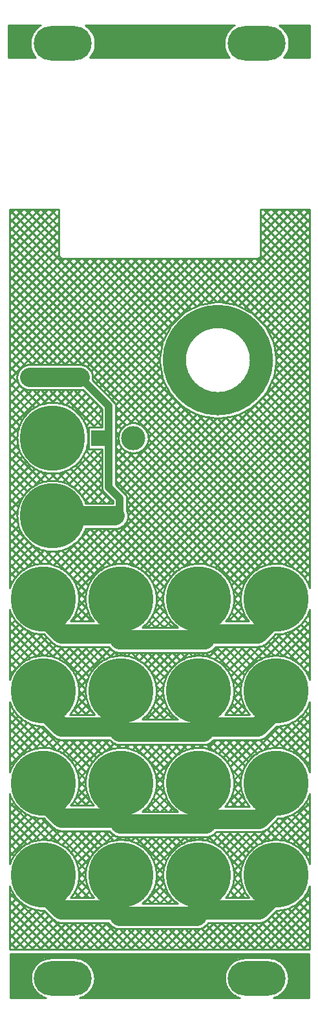
<source format=gtl>
G04 DipTrace 3.3.0.0*
G04 ESP_panel.GTL*
%MOIN*%
G04 #@! TF.FileFunction,Copper,L1,Top*
G04 #@! TF.Part,Single*
G04 #@! TA.AperFunction,Conductor*
%ADD14C,0.1*%
%ADD15C,0.04*%
G04 #@! TA.AperFunction,CopperBalancing*
%ADD17C,0.01*%
G04 #@! TA.AperFunction,Nonconductor*
%ADD19C,0.12*%
%ADD20C,0.125*%
G04 #@! TA.AperFunction,ComponentPad*
%ADD21C,0.334646*%
%ADD22O,0.299213X0.177165*%
%FSLAX26Y26*%
G04*
G70*
G90*
G75*
G01*
G04 Top*
%LPD*%
X593400Y2468948D2*
D14*
Y2381446D1*
X687149Y2287697D1*
X985043D1*
Y2256448D1*
X1425138D1*
Y2287697D1*
X1699649D1*
X1793400Y2381448D1*
Y2468948D1*
X985043Y2287697D2*
D15*
Y2460591D1*
X993400Y2468948D1*
X1425138Y2287697D2*
Y2437210D1*
X1393400Y2468948D1*
X593309Y1044000D2*
D14*
Y956538D1*
X687149Y862697D1*
X985771D1*
Y831448D1*
X1387749D1*
Y862697D1*
X1705900D1*
X1793309Y950106D1*
Y1044000D1*
X985771Y862697D2*
D15*
Y1036462D1*
X993309Y1044000D1*
X1387749Y862697D2*
Y1038440D1*
X1393311Y1044000D1*
X593309Y1519000D2*
D14*
Y1431538D1*
X687149Y1337697D1*
X989475D1*
Y1306448D1*
X1432379D1*
Y1331448D1*
X1705900D1*
X1793309Y1418857D1*
Y1519000D1*
X989475Y1337697D2*
D15*
Y1515165D1*
X993309Y1519000D1*
X1432379Y1331448D2*
Y1479930D1*
X1393311Y1519000D1*
X522618Y3598333D2*
Y3611429D1*
D14*
X782168D1*
D15*
X930900Y3462697D1*
Y3043948D1*
X987149Y2987698D1*
Y2918946D1*
X964250Y2896047D1*
D14*
X640701D1*
X593315Y1994000D2*
Y1900282D1*
X687149Y1806448D1*
X987576D1*
Y1781448D1*
X1420072D1*
Y1806448D1*
X1699651D1*
X1793304Y1900101D1*
Y1994000D1*
X987576Y1806448D2*
D15*
Y1988123D1*
X993400Y1993948D1*
X1420072Y1806448D2*
Y1967276D1*
X1393400Y1993948D1*
X444378Y4478240D2*
D17*
X420008Y4453870D1*
X486804Y4478240D2*
X420008Y4411444D1*
X529231Y4478240D2*
X420008Y4369017D1*
X571657Y4478240D2*
X420008Y4326591D1*
X614084Y4478240D2*
X420008Y4284164D1*
X656510Y4478240D2*
X420008Y4241738D1*
X672696Y4452000D2*
X420008Y4199311D1*
X672696Y4409574D2*
X420008Y4156885D1*
X672696Y4367147D2*
X420008Y4114459D1*
X672696Y4324721D2*
X420008Y4072032D1*
X672696Y4282294D2*
X420008Y4029606D1*
X672945Y4240117D2*
X420008Y3987179D1*
X698495Y4223240D2*
X420008Y3944753D1*
X740921Y4223240D2*
X420008Y3902327D1*
X783347Y4223240D2*
X420008Y3859900D1*
X825774Y4223240D2*
X420008Y3817474D1*
X868200Y4223240D2*
X420008Y3775047D1*
X910626Y4223240D2*
X420008Y3732621D1*
X953053Y4223240D2*
X420008Y3690194D1*
X995479Y4223240D2*
X420008Y3647768D1*
X1037906Y4223240D2*
X420008Y3605342D1*
X1080332Y4223240D2*
X534622Y3677530D1*
X457346Y3600254D2*
X420008Y3562915D1*
X1122758Y4223240D2*
X577049Y3677530D1*
X470204Y3570685D2*
X420008Y3520489D1*
X1165185Y4223240D2*
X619475Y3677530D1*
X493682Y3551737D2*
X420008Y3478062D1*
X1207611Y4223240D2*
X661902Y3677530D1*
X529700Y3545329D2*
X420008Y3435636D1*
X1250038Y4223240D2*
X704328Y3677530D1*
X572127Y3545329D2*
X420008Y3393210D1*
X1292464Y4223240D2*
X746754Y3677530D1*
X614553Y3545329D2*
X420008Y3350783D1*
X1334891Y4223240D2*
X788905Y3677254D1*
X656980Y3545329D2*
X584852Y3473201D1*
X466240Y3354589D2*
X420008Y3308357D1*
X1377317Y4223240D2*
X820034Y3665957D1*
X699406Y3545329D2*
X636186Y3482109D1*
X457346Y3303269D2*
X420008Y3265930D1*
X1419743Y4223240D2*
X840170Y3643666D1*
X741832Y3545329D2*
X675478Y3478974D1*
X460481Y3263978D2*
X420008Y3223504D1*
X1717170Y4478240D2*
X1714103Y4475173D1*
X1462170Y4223240D2*
X848208Y3609278D1*
X784314Y3545384D2*
X708388Y3469458D1*
X469997Y3231067D2*
X420008Y3181078D1*
X1759597Y4478240D2*
X1714110Y4432753D1*
X1504596Y4223240D2*
X863220Y3581864D1*
X811742Y3530386D2*
X736714Y3455358D1*
X484097Y3202741D2*
X420008Y3138651D1*
X1802023Y4478240D2*
X1714110Y4390327D1*
X1547023Y4223240D2*
X884433Y3560650D1*
X832955Y3509172D2*
X761214Y3437431D1*
X502024Y3178241D2*
X420008Y3096225D1*
X1844449Y4478240D2*
X1714110Y4347900D1*
X1589449Y4223240D2*
X905646Y3539437D1*
X854168Y3487959D2*
X782165Y3415956D1*
X523485Y3157276D2*
X420008Y3053798D1*
X1886876Y4478240D2*
X1714110Y4305474D1*
X1631875Y4223240D2*
X1391023Y3982387D1*
X1211174Y3802539D2*
X926860Y3518224D1*
X875382Y3466746D2*
X799580Y3390945D1*
X548510Y3139875D2*
X420008Y3011372D1*
X1929302Y4478240D2*
X1714110Y4263048D1*
X1674302Y4223240D2*
X1445589Y3994527D1*
X1199035Y3747973D2*
X948073Y3497011D1*
X894799Y3443737D2*
X813087Y3362025D1*
X577430Y3126368D2*
X420008Y2968946D1*
X1966688Y4473199D2*
X1494755Y4001266D1*
X1192295Y3698807D2*
X965861Y3472372D1*
X894799Y3401311D2*
X848539Y3355051D1*
X824158Y3330669D2*
X821828Y3328340D1*
X611100Y3117612D2*
X546210Y3052721D1*
X484028Y2990540D2*
X420008Y2926519D1*
X1966688Y4430773D2*
X1532113Y3996198D1*
X1197364Y3661449D2*
X967007Y3431092D1*
X894799Y3358885D2*
X890952Y3355038D1*
X651607Y3115692D2*
X613205Y3077290D1*
X459459Y2923544D2*
X420008Y2884093D1*
X1966688Y4388346D2*
X1568738Y3990397D1*
X1203164Y3624823D2*
X967007Y3388666D1*
X824158Y3245817D2*
X811789Y3233448D1*
X705994Y3127652D2*
X657137Y3078796D1*
X457954Y2879613D2*
X420008Y2841666D1*
X1966688Y4345920D2*
X1601138Y3980371D1*
X1213191Y3592423D2*
X967007Y3346240D1*
X860701Y3239933D2*
X692851Y3072084D1*
X464666Y2843898D2*
X420008Y2799240D1*
X1966688Y4303494D2*
X1629243Y3966049D1*
X1227512Y3564318D2*
X1037511Y3374317D1*
X981517Y3318323D2*
X967007Y3303813D1*
X894799Y3231605D2*
X723290Y3060096D1*
X476653Y2813459D2*
X420008Y2756814D1*
X1966688Y4261067D2*
X1657348Y3951727D1*
X1241834Y3536214D2*
X1079688Y3374068D1*
X1049451Y3343831D2*
X1011989Y3306368D1*
X981765Y3276145D2*
X967007Y3261387D1*
X894799Y3189179D2*
X749613Y3043993D1*
X492757Y2787136D2*
X420008Y2714387D1*
X1966688Y4218641D2*
X1681972Y3933925D1*
X1259636Y3511589D2*
X1107186Y3359139D1*
X1083992Y3335945D2*
X1019888Y3271841D1*
X996695Y3248648D2*
X967007Y3218960D1*
X894799Y3146753D2*
X772304Y3024257D1*
X512492Y2764445D2*
X420008Y2671961D1*
X1966688Y4176214D2*
X1703185Y3912712D1*
X1280849Y3490376D2*
X1125982Y3335509D1*
X1101269Y3310796D2*
X1045024Y3254550D1*
X1020311Y3229838D2*
X967007Y3176534D1*
X894799Y3104326D2*
X791473Y3001000D1*
X535749Y2745276D2*
X420008Y2629534D1*
X1966688Y4133788D2*
X1724399Y3891499D1*
X1302063Y3469163D2*
X1135415Y3302515D1*
X1053318Y3220419D2*
X967007Y3134107D1*
X894799Y3061900D2*
X806969Y2974069D1*
X562680Y2729781D2*
X420008Y2587108D1*
X1966688Y4091362D2*
X1743098Y3867772D1*
X1325789Y3450463D2*
X967007Y3091681D1*
X900034Y3024708D2*
X837477Y2962151D1*
X593865Y2718539D2*
X503866Y2628540D1*
X433813Y2558487D2*
X420008Y2544681D1*
X1966688Y4048935D2*
X1757420Y3839667D1*
X1353894Y3436142D2*
X972034Y3054282D1*
X920556Y3002804D2*
X879903Y2962151D1*
X630615Y2712862D2*
X568293Y2650540D1*
X1966688Y4006509D2*
X1771742Y3811563D1*
X1381999Y3421820D2*
X993247Y3033069D1*
X941770Y2981591D2*
X922330Y2962151D1*
X676480Y2716301D2*
X611714Y2651535D1*
X1966688Y3964082D2*
X1782873Y3780268D1*
X1413294Y3410688D2*
X1014419Y3011814D1*
X832541Y2829936D2*
X778063Y2775458D1*
X761292Y2758686D2*
X647124Y2644519D1*
X1966688Y3921656D2*
X1788674Y3743642D1*
X1449920Y3404888D2*
X1023258Y2978226D1*
X874967Y2829936D2*
X677342Y2632310D1*
X430029Y2384997D2*
X420008Y2374976D1*
X1966674Y3879216D2*
X1794267Y3706809D1*
X1486753Y3399295D2*
X1023258Y2935800D1*
X917394Y2829936D2*
X703486Y2616027D1*
X446325Y2358867D2*
X420008Y2332549D1*
X1966674Y3836789D2*
X1788798Y3658913D1*
X1534648Y3404764D2*
X1030260Y2900376D1*
X959820Y2829936D2*
X725997Y2596112D1*
X466226Y2336342D2*
X420008Y2290123D1*
X1966674Y3794363D2*
X1779517Y3607206D1*
X1586342Y3414031D2*
X745000Y2572690D1*
X489649Y2317338D2*
X420008Y2247697D1*
X1966674Y3751937D2*
X760317Y2545579D1*
X516773Y2302036D2*
X420008Y2205270D1*
X1966674Y3709510D2*
X771324Y2514160D1*
X548179Y2291015D2*
X420008Y2162844D1*
X1966674Y3667084D2*
X945338Y2645748D1*
X816603Y2517013D2*
X776682Y2477092D1*
X585261Y2285670D2*
X420008Y2120417D1*
X1966674Y3624657D2*
X994394Y2652377D1*
X809974Y2467958D2*
X772608Y2430591D1*
X611473Y2269457D2*
X477336Y2135319D1*
X451988Y2109971D2*
X420008Y2077991D1*
X1966674Y3582231D2*
X1032705Y2648262D1*
X814090Y2429647D2*
X738247Y2353804D1*
X632687Y2248244D2*
X558363Y2173920D1*
X1966674Y3539804D2*
X1064952Y2638083D1*
X824268Y2397399D2*
X780673Y2353804D1*
X655985Y2229116D2*
X604021Y2177152D1*
X1966674Y3497378D2*
X1092753Y2623458D1*
X838894Y2369598D2*
X823100Y2353804D1*
X690885Y2221589D2*
X640675Y2171379D1*
X1966674Y3454952D2*
X1116784Y2605062D1*
X733311Y2221589D2*
X671776Y2160054D1*
X427253Y1915530D2*
X420008Y1908285D1*
X1966674Y3412525D2*
X1137307Y2583158D1*
X775738Y2221589D2*
X698652Y2144503D1*
X442803Y1888655D2*
X420008Y1865859D1*
X1966674Y3370099D2*
X1154239Y2557664D1*
X818164Y2221589D2*
X721854Y2125279D1*
X462042Y1865467D2*
X420008Y1823433D1*
X1966674Y3327672D2*
X1167193Y2528192D1*
X860590Y2221589D2*
X741534Y2102533D1*
X484774Y1845773D2*
X420008Y1781006D1*
X1966674Y3285246D2*
X1316514Y2635086D1*
X1227264Y2545836D2*
X1175231Y2493803D1*
X903017Y2221589D2*
X757582Y2076154D1*
X511153Y1829725D2*
X420008Y1738580D1*
X1966674Y3242820D2*
X1375251Y2651397D1*
X1210940Y2487085D2*
X1175990Y2452136D1*
X935776Y2211921D2*
X769501Y2045646D1*
X541674Y1817820D2*
X420008Y1696153D1*
X1966674Y3200393D2*
X1417194Y2650913D1*
X1211437Y2445156D2*
X1160564Y2394283D1*
X960953Y2194672D2*
X933212Y2166932D1*
X820415Y2054134D2*
X776116Y2009835D1*
X577471Y1811191D2*
X420008Y1653727D1*
X1966674Y3157967D2*
X1451748Y2643041D1*
X1219295Y2410588D2*
X1131258Y2322551D1*
X999042Y2190335D2*
X985900Y2177193D1*
X810154Y2001447D2*
X774431Y1965724D1*
X604195Y1795488D2*
X420008Y1611301D1*
X1966660Y3115527D2*
X1481344Y2630211D1*
X1232139Y2381006D2*
X1173684Y2322551D1*
X1041469Y2190335D2*
X1025744Y2174611D1*
X812736Y1961603D2*
X748923Y1897789D1*
X625408Y1774275D2*
X547563Y1696430D1*
X1966660Y3073100D2*
X1506936Y2613376D1*
X1248974Y2355414D2*
X1216110Y2322551D1*
X1083895Y2190335D2*
X1059014Y2165454D1*
X821893Y1928333D2*
X766117Y1872557D1*
X647077Y1753517D2*
X595983Y1702423D1*
X1966660Y3030674D2*
X1528950Y2592964D1*
X1269386Y2333400D2*
X1258537Y2322551D1*
X1126322Y2190335D2*
X1087616Y2151630D1*
X835717Y1899731D2*
X808543Y1872557D1*
X677005Y1741019D2*
X633990Y1698004D1*
X1966660Y2988247D2*
X1547442Y2569030D1*
X1168748Y2190335D2*
X1112365Y2133952D1*
X853395Y1874982D2*
X850963Y1872550D1*
X718755Y1740342D2*
X666045Y1687632D1*
X424670Y1446257D2*
X420005Y1441592D1*
X1966660Y2945821D2*
X1562178Y2541339D1*
X1211174Y2190335D2*
X1133564Y2112725D1*
X761181Y1740342D2*
X693694Y1672855D1*
X439461Y1418622D2*
X420008Y1399169D1*
X1966660Y2903395D2*
X1572495Y2509229D1*
X1253601Y2190335D2*
X1151214Y2087949D1*
X803607Y1740342D2*
X717586Y1654321D1*
X457995Y1394730D2*
X420008Y1356742D1*
X1966660Y2860968D2*
X1753498Y2647806D1*
X1614543Y2508851D2*
X1576818Y2471126D1*
X1296027Y2190335D2*
X1165011Y2059319D1*
X846034Y1740342D2*
X737957Y1632265D1*
X480051Y1374359D2*
X420008Y1314316D1*
X1966660Y2818542D2*
X1800385Y2652267D1*
X1610082Y2461964D2*
X1570644Y2422526D1*
X1338454Y2190335D2*
X1298463Y2150345D1*
X1237000Y2088882D2*
X1174126Y2026008D1*
X888460Y1740342D2*
X754737Y1606619D1*
X505684Y1357565D2*
X420008Y1271889D1*
X1966660Y2776115D2*
X1837660Y2647115D1*
X1615233Y2424689D2*
X1544349Y2353804D1*
X1380880Y2190335D2*
X1365694Y2175149D1*
X1212196Y2021652D2*
X1176626Y1986081D1*
X930887Y1740342D2*
X767526Y1576981D1*
X535321Y1344777D2*
X420008Y1229463D1*
X1966660Y2733689D2*
X1869204Y2636232D1*
X1626116Y2393145D2*
X1586775Y2353804D1*
X1423306Y2190335D2*
X1409681Y2176710D1*
X1210636Y1977665D2*
X1166199Y1933227D1*
X956036Y1723065D2*
X919526Y1686555D1*
X825746Y1592775D2*
X775329Y1542358D1*
X569945Y1336974D2*
X420008Y1187036D1*
X1966660Y2691263D2*
X1896438Y2621041D1*
X1641308Y2365911D2*
X1629202Y2353804D1*
X1496986Y2221589D2*
X1445423Y2170025D1*
X1217320Y1941923D2*
X1122957Y1847560D1*
X990742Y1715345D2*
X977034Y1701636D1*
X810665Y1535267D2*
X775702Y1500304D1*
X603173Y1327776D2*
X420008Y1144610D1*
X1966660Y2648836D2*
X1919958Y2602134D1*
X1539413Y2221589D2*
X1475875Y2158052D1*
X1229294Y1911470D2*
X1165384Y1847560D1*
X1033169Y1715345D2*
X1018590Y1700766D1*
X811535Y1493711D2*
X759005Y1441181D1*
X624386Y1306562D2*
X535700Y1217876D1*
X1966660Y2606410D2*
X1939970Y2579719D1*
X1581839Y2221589D2*
X1502212Y2141962D1*
X1245383Y1885133D2*
X1207810Y1847560D1*
X1075595Y1715345D2*
X1052923Y1692673D1*
X819642Y1459391D2*
X764059Y1403809D1*
X645917Y1285667D2*
X587573Y1227322D1*
X1966660Y2563983D2*
X1956363Y2553686D1*
X1624266Y2221589D2*
X1524917Y2122240D1*
X1265105Y1862428D2*
X1250237Y1847560D1*
X1118021Y1715345D2*
X1082340Y1679663D1*
X832651Y1429975D2*
X806486Y1403809D1*
X675237Y1272560D2*
X627085Y1224408D1*
X1666692Y2221589D2*
X1544100Y2098997D1*
X1160448Y1715345D2*
X1107793Y1662690D1*
X716697Y1271594D2*
X660148Y1215045D1*
X422267Y977164D2*
X420002Y974898D1*
X1710071Y2222542D2*
X1559610Y2072080D1*
X1202874Y1715345D2*
X1129656Y1642126D1*
X759123Y1271594D2*
X688584Y1201054D1*
X436257Y948728D2*
X420008Y932478D1*
X1817118Y2287162D2*
X1570879Y2040923D1*
X1245301Y1715345D2*
X1148010Y1618054D1*
X801550Y1271594D2*
X713181Y1183225D1*
X454087Y924131D2*
X420008Y890052D1*
X1966660Y2394278D2*
X1954498Y2382116D1*
X1880233Y2307850D2*
X1742366Y2169984D1*
X1617333Y2044950D2*
X1576583Y2004201D1*
X1287727Y1715345D2*
X1162594Y1590212D1*
X843976Y1271594D2*
X734242Y1161860D1*
X475452Y903070D2*
X420008Y847625D1*
X1966660Y2351851D2*
X1792237Y2177428D1*
X1609889Y1995080D2*
X1573199Y1958391D1*
X1330153Y1715345D2*
X1172703Y1557895D1*
X886403Y1271594D2*
X751754Y1136945D1*
X500366Y885558D2*
X420008Y805199D1*
X1966646Y2309411D2*
X1830907Y2173671D1*
X1613631Y1956396D2*
X1531988Y1874753D1*
X1372580Y1715345D2*
X1355571Y1698335D1*
X1213964Y1556729D2*
X1176736Y1519501D1*
X928829Y1271594D2*
X765371Y1108136D1*
X529175Y871940D2*
X420008Y762772D1*
X1966646Y2266985D2*
X1863403Y2163742D1*
X1623561Y1923900D2*
X1572219Y1872557D1*
X1415006Y1715345D2*
X1401919Y1702258D1*
X1210056Y1510394D2*
X1169927Y1470266D1*
X951589Y1251927D2*
X902553Y1202891D1*
X834419Y1134758D2*
X774279Y1074618D1*
X562694Y863032D2*
X420008Y720346D1*
X1966646Y2224558D2*
X1891397Y2149309D1*
X1637993Y1895906D2*
X1614645Y1872557D1*
X1482430Y1740342D2*
X1438918Y1696830D1*
X1215483Y1473395D2*
X1114643Y1372555D1*
X982704Y1240616D2*
X967601Y1225513D1*
X811797Y1069709D2*
X776447Y1034359D1*
X599016Y856928D2*
X420008Y677920D1*
X1966646Y2182132D2*
X1915607Y2131093D1*
X1524856Y1740342D2*
X1470268Y1685754D1*
X1226560Y1442045D2*
X1157070Y1372555D1*
X1024855Y1240340D2*
X1011146Y1226632D1*
X810679Y1026164D2*
X765136Y980622D1*
X620229Y835715D2*
X444618Y660104D1*
X1966646Y2139705D2*
X1936296Y2109355D1*
X1567283Y1740342D2*
X1497351Y1670410D1*
X1241903Y1414962D2*
X1199496Y1372555D1*
X1067281Y1240340D2*
X1046626Y1219685D1*
X817625Y990685D2*
X755745Y928804D1*
X641456Y814516D2*
X487045Y660104D1*
X1966646Y2097279D2*
X1953407Y2084040D1*
X1609709Y1740342D2*
X1520733Y1651365D1*
X1260948Y1391581D2*
X1241923Y1372555D1*
X1109707Y1240340D2*
X1076913Y1207545D1*
X829765Y960398D2*
X798172Y928804D1*
X668470Y799103D2*
X529471Y660104D1*
X1652136Y1740342D2*
X1540592Y1628799D1*
X1152134Y1240340D2*
X1103098Y1191304D1*
X846006Y934213D2*
X840598Y928804D1*
X708383Y796589D2*
X571897Y660104D1*
X1694562Y1740342D2*
X1556847Y1602627D1*
X1194560Y1240340D2*
X1125650Y1171430D1*
X750809Y796589D2*
X614324Y660104D1*
X1807851Y1811205D2*
X1568987Y1572341D1*
X1236987Y1240340D2*
X1144709Y1148063D1*
X793236Y796589D2*
X656750Y660104D1*
X1966646Y1927573D2*
X1962078Y1923005D1*
X1864295Y1825222D2*
X1729881Y1690809D1*
X1621504Y1582431D2*
X1575934Y1536861D1*
X1279413Y1240340D2*
X1160053Y1120980D1*
X835662Y796589D2*
X699177Y660104D1*
X1966646Y1885147D2*
X1783633Y1702133D1*
X1610179Y1528680D2*
X1574829Y1493330D1*
X1321839Y1240340D2*
X1171129Y1089630D1*
X878088Y796589D2*
X741603Y660104D1*
X1966646Y1842721D2*
X1823891Y1699965D1*
X1612333Y1488408D2*
X1552249Y1428323D1*
X1364266Y1240340D2*
X1344522Y1220596D1*
X1216713Y1092787D2*
X1176570Y1052645D1*
X920515Y796589D2*
X784029Y660104D1*
X1966646Y1800294D2*
X1857423Y1691071D1*
X1621241Y1454889D2*
X1563905Y1397553D1*
X1406692Y1240340D2*
X1393785Y1227433D1*
X1209876Y1043524D2*
X1172662Y1006310D1*
X945222Y778870D2*
X826456Y660104D1*
X1966646Y1757868D2*
X1886232Y1677454D1*
X1634858Y1426080D2*
X1606331Y1397553D1*
X1452530Y1243751D2*
X1432178Y1223400D1*
X1213909Y1005130D2*
X1106329Y897551D1*
X974915Y766137D2*
X868882Y660104D1*
X1966646Y1715441D2*
X1911147Y1659942D1*
X1652357Y1401152D2*
X1648758Y1397553D1*
X1516542Y1265338D2*
X1464495Y1213291D1*
X1224018Y972814D2*
X1148756Y897551D1*
X1016541Y765336D2*
X911309Y660104D1*
X1966646Y1673015D2*
X1932526Y1638894D1*
X1558969Y1265338D2*
X1492352Y1198720D1*
X1238589Y944957D2*
X1191182Y897551D1*
X1058967Y765336D2*
X953735Y660104D1*
X1966646Y1630589D2*
X1950355Y1614297D1*
X1601395Y1265338D2*
X1516424Y1180366D1*
X1256943Y920885D2*
X1233609Y897551D1*
X1101393Y765336D2*
X996162Y660104D1*
X1966646Y1588162D2*
X1964351Y1585867D1*
X1643822Y1265338D2*
X1536988Y1158504D1*
X1278805Y900321D2*
X1276038Y897554D1*
X1143820Y765336D2*
X1038588Y660104D1*
X1686248Y1265338D2*
X1553961Y1133051D1*
X1186246Y765336D2*
X1081014Y660104D1*
X1736850Y1273513D2*
X1566971Y1103634D1*
X1228673Y765336D2*
X1123441Y660104D1*
X1850871Y1345108D2*
X1715435Y1209672D1*
X1627635Y1121872D2*
X1575078Y1069314D1*
X1271099Y765336D2*
X1165867Y660104D1*
X1966632Y1418443D2*
X1774587Y1226397D1*
X1610911Y1062721D2*
X1575948Y1027758D1*
X1313525Y765336D2*
X1208294Y660104D1*
X1966632Y1376016D2*
X1816640Y1226024D1*
X1611284Y1020668D2*
X1560894Y970278D1*
X1355952Y765336D2*
X1250720Y660104D1*
X1966632Y1333590D2*
X1851277Y1218235D1*
X1619087Y986044D2*
X1561847Y928804D1*
X1399594Y766551D2*
X1293146Y660104D1*
X1966632Y1291163D2*
X1880915Y1205446D1*
X1631862Y956393D2*
X1604273Y928804D1*
X1472058Y796589D2*
X1335573Y660104D1*
X1966632Y1248737D2*
X1906561Y1188666D1*
X1514485Y796589D2*
X1377999Y660104D1*
X1966632Y1206311D2*
X1928603Y1168282D1*
X1556911Y796589D2*
X1420426Y660104D1*
X1966632Y1163884D2*
X1947151Y1144403D1*
X1599337Y796589D2*
X1462852Y660104D1*
X1966632Y1121458D2*
X1961940Y1116765D1*
X1641764Y796589D2*
X1505278Y660104D1*
X1684190Y796589D2*
X1547705Y660104D1*
X1732666Y802638D2*
X1590131Y660104D1*
X1839022Y866568D2*
X1632558Y660104D1*
X1966632Y951752D2*
X1674984Y660104D1*
X1966632Y909326D2*
X1717410Y660104D1*
X1966632Y866899D2*
X1759837Y660104D1*
X1966632Y824473D2*
X1802263Y660104D1*
X1966619Y782033D2*
X1844690Y660104D1*
X1966619Y739606D2*
X1887116Y660104D1*
X1966619Y697180D2*
X1929542Y660104D1*
X1942331Y4478240D2*
X1966688Y4453884D1*
X1899905Y4478240D2*
X1966688Y4411457D1*
X1857478Y4478240D2*
X1966688Y4369031D1*
X1815052Y4478240D2*
X1966688Y4326605D1*
X1772626Y4478240D2*
X1966688Y4284178D1*
X1730199Y4478240D2*
X1966688Y4241752D1*
X1714110Y4451903D2*
X1966688Y4199325D1*
X1714110Y4409477D2*
X1966688Y4156899D1*
X1714110Y4367050D2*
X1966688Y4114472D1*
X1714110Y4324624D2*
X1966688Y4072046D1*
X1714110Y4282198D2*
X1966688Y4029620D1*
X1713847Y4240034D2*
X1966688Y3987193D1*
X1688215Y4223240D2*
X1966688Y3944767D1*
X1645788Y4223240D2*
X1966688Y3902340D1*
X1603362Y4223240D2*
X1966674Y3859928D1*
X1560936Y4223240D2*
X1966674Y3817501D1*
X1518509Y4223240D2*
X1966674Y3775075D1*
X1476083Y4223240D2*
X1966674Y3732649D1*
X1433656Y4223240D2*
X1966674Y3690222D1*
X1391230Y4223240D2*
X1678127Y3936342D1*
X1729592Y3884878D2*
X1966674Y3647796D1*
X1348804Y4223240D2*
X1585458Y3986585D1*
X1779821Y3792222D2*
X1966674Y3605369D1*
X1306377Y4223240D2*
X1533944Y3995673D1*
X1788908Y3740708D2*
X1966674Y3562943D1*
X1263951Y4223240D2*
X1486200Y4000990D1*
X1794226Y3692965D2*
X1966674Y3520516D1*
X1221524Y4223240D2*
X1449409Y3995355D1*
X1788591Y3656173D2*
X1966674Y3478090D1*
X1179098Y4223240D2*
X1412783Y3989555D1*
X1782790Y3619547D2*
X1966674Y3435664D1*
X1136671Y4223240D2*
X1381598Y3978313D1*
X1771535Y3588377D2*
X1966674Y3393237D1*
X1094245Y4223240D2*
X1353494Y3963991D1*
X1757213Y3560272D2*
X1966674Y3350811D1*
X1051819Y4223240D2*
X1325389Y3949670D1*
X1742891Y3532167D2*
X1966674Y3308384D1*
X1009392Y4223240D2*
X1301773Y3930859D1*
X1724095Y3508537D2*
X1966674Y3265958D1*
X966966Y4223240D2*
X1280559Y3909646D1*
X1702882Y3487324D2*
X1966674Y3223532D1*
X669539Y4478240D2*
X672684Y4475095D1*
X924539Y4223240D2*
X1259346Y3888433D1*
X1681668Y3466111D2*
X1966674Y3181105D1*
X627113Y4478240D2*
X672696Y4432657D1*
X882113Y4223240D2*
X1241627Y3863726D1*
X1656961Y3448392D2*
X1966674Y3138679D1*
X584686Y4478240D2*
X672696Y4390230D1*
X839687Y4223240D2*
X1227305Y3835621D1*
X1628843Y3434084D2*
X1966660Y3096266D1*
X542260Y4478240D2*
X672696Y4347804D1*
X797260Y4223240D2*
X1212984Y3807516D1*
X1600738Y3419762D2*
X1966660Y3053840D1*
X499833Y4478240D2*
X672696Y4305377D1*
X754834Y4223240D2*
X1203082Y3774992D1*
X1568214Y3409860D2*
X1966660Y3011413D1*
X457407Y4478240D2*
X672696Y4262951D1*
X712407Y4223240D2*
X1197281Y3738366D1*
X1531588Y3404059D2*
X1966660Y2968987D1*
X420008Y4473213D2*
X1192282Y3700939D1*
X1494161Y3399060D2*
X1966660Y2926561D1*
X420008Y4430787D2*
X1199145Y3651649D1*
X1444884Y3405910D2*
X1966660Y2884134D1*
X420008Y4388360D2*
X1211782Y3596586D1*
X1389807Y3418561D2*
X1966660Y2841708D1*
X420008Y4345934D2*
X1966660Y2799281D1*
X420008Y4303507D2*
X1966660Y2756855D1*
X420008Y4261081D2*
X1966660Y2714429D1*
X420008Y4218655D2*
X1966660Y2672002D1*
X420008Y4176228D2*
X1966660Y2629576D1*
X420008Y4133802D2*
X1966660Y2587149D1*
X420008Y4091375D2*
X1882733Y2628650D1*
X1953104Y2558279D2*
X1966660Y2544723D1*
X420008Y4048949D2*
X792324Y3676632D1*
X847365Y3621591D2*
X1818403Y2650554D1*
X420008Y4006523D2*
X749000Y3677530D1*
X967007Y3459523D2*
X1050018Y3376513D1*
X1134890Y3291640D2*
X1775009Y2651521D1*
X420008Y3964096D2*
X706574Y3677530D1*
X967007Y3417097D2*
X1017770Y3366334D1*
X1042096Y3342008D2*
X1100385Y3283719D1*
X1124698Y3259406D2*
X1739613Y2644491D1*
X420008Y3921670D2*
X664147Y3677530D1*
X795189Y3546489D2*
X894800Y3446878D1*
X967007Y3374670D2*
X994775Y3346902D1*
X1018576Y3323101D2*
X1081465Y3260213D1*
X1105266Y3236411D2*
X1709395Y2632283D1*
X1956736Y2384942D2*
X1966660Y2375017D1*
X420008Y3879243D2*
X621721Y3677530D1*
X753922Y3545329D2*
X894800Y3404452D1*
X967007Y3332244D2*
X981241Y3318010D1*
X1012707Y3286544D2*
X1044908Y3254343D1*
X1076374Y3222877D2*
X1683265Y2615986D1*
X1940439Y2358812D2*
X1966646Y2332605D1*
X420008Y3836817D2*
X579295Y3677530D1*
X711496Y3545329D2*
X894800Y3362025D1*
X967007Y3289817D2*
X982815Y3274010D1*
X1032387Y3224438D2*
X1660754Y2596071D1*
X1920524Y2336300D2*
X1966646Y2290178D1*
X420008Y3794391D2*
X536868Y3677530D1*
X669069Y3545329D2*
X859348Y3355051D1*
X967007Y3247391D2*
X1641764Y2572634D1*
X1897087Y2317311D2*
X1966646Y2247752D1*
X420008Y3751964D2*
X498695Y3673276D1*
X626643Y3545329D2*
X699889Y3472082D1*
X814040Y3357932D2*
X824158Y3347814D1*
X967007Y3204965D2*
X1626462Y2545510D1*
X1869963Y2302009D2*
X1966646Y2205325D1*
X420008Y3709538D2*
X473463Y3656082D1*
X584217Y3545329D2*
X647519Y3482026D1*
X889612Y3239933D2*
X894800Y3234746D1*
X967007Y3162538D2*
X1615455Y2514091D1*
X1838544Y2291001D2*
X1966646Y2162899D1*
X420008Y3667111D2*
X458603Y3628516D1*
X541790Y3545329D2*
X607800Y3479319D1*
X821277Y3265842D2*
X824146Y3262973D1*
X847186Y3239933D2*
X894800Y3192319D1*
X967007Y3120112D2*
X1441330Y2645789D1*
X1570230Y2516889D2*
X1610124Y2476995D1*
X1801449Y2285670D2*
X1966646Y2120473D1*
X420008Y3624685D2*
X465301Y3579391D1*
X490580Y3554112D2*
X574613Y3470080D1*
X812038Y3232655D2*
X894800Y3149893D1*
X967007Y3077685D2*
X1392315Y2652377D1*
X1576832Y2467861D2*
X1614225Y2430467D1*
X1775277Y2269415D2*
X1909815Y2134877D1*
X1934183Y2110510D2*
X1966646Y2078046D1*
X420008Y3582259D2*
X546080Y3456186D1*
X798144Y3204122D2*
X894800Y3107467D1*
X1023258Y2979008D2*
X1354032Y2648234D1*
X1572688Y2429578D2*
X1648462Y2353804D1*
X1754064Y2248202D2*
X1828374Y2173892D1*
X420008Y3539832D2*
X521386Y3438453D1*
X780411Y3179429D2*
X894800Y3065040D1*
X1023258Y2936582D2*
X1321784Y2638056D1*
X1562510Y2397330D2*
X1606036Y2353804D1*
X1730752Y2229088D2*
X1782674Y2177166D1*
X420008Y3497406D2*
X500242Y3417171D1*
X759129Y3158284D2*
X951037Y2966377D1*
X1029887Y2887526D2*
X1293983Y2623430D1*
X1547871Y2369543D2*
X1563609Y2353804D1*
X1695824Y2221589D2*
X1746021Y2171393D1*
X420008Y3454979D2*
X482647Y3392340D1*
X734297Y3140690D2*
X912836Y2962151D1*
X1017955Y2857032D2*
X1269967Y2605020D1*
X1653398Y2221589D2*
X1714905Y2160082D1*
X1959387Y1915600D2*
X1966646Y1908341D1*
X420008Y3412553D2*
X468920Y3363641D1*
X705599Y3126962D2*
X870410Y2962151D1*
X995209Y2837352D2*
X1249458Y2583103D1*
X1610972Y2221589D2*
X1688016Y2144545D1*
X1943850Y1888710D2*
X1966646Y1865914D1*
X420008Y3370126D2*
X459887Y3330247D1*
X672205Y3117930D2*
X741335Y3048799D1*
X793448Y2996686D2*
X827983Y2962151D1*
X960199Y2829936D2*
X1232526Y2557608D1*
X1568545Y2221589D2*
X1664814Y2125320D1*
X1924626Y1865508D2*
X1966646Y1823488D1*
X420008Y3327700D2*
X457498Y3290210D1*
X632154Y3115554D2*
X670859Y3076848D1*
X917772Y2829936D2*
X1219585Y2528122D1*
X1526119Y2221589D2*
X1645120Y2102588D1*
X1901894Y1845814D2*
X1966646Y1781061D1*
X420008Y3285274D2*
X468270Y3237011D1*
X578955Y3126327D2*
X626320Y3078961D1*
X875346Y2829936D2*
X1070112Y2635169D1*
X1159611Y2545670D2*
X1211561Y2493720D1*
X1483692Y2221589D2*
X1629058Y2076223D1*
X1875529Y1829752D2*
X1966646Y1738635D1*
X420008Y3242847D2*
X590274Y3072581D1*
X832919Y2829936D2*
X1011445Y2651410D1*
X1175866Y2486989D2*
X1210815Y2452039D1*
X1461761Y2201094D2*
X1617139Y2045715D1*
X1845021Y1817834D2*
X1966646Y1696209D1*
X420008Y3200421D2*
X559587Y3060842D1*
X805491Y2814937D2*
X969529Y2650899D1*
X1175355Y2445073D2*
X1226311Y2394117D1*
X1429955Y2190473D2*
X1453441Y2166987D1*
X1566432Y2053996D2*
X1610510Y2009918D1*
X1809224Y1811205D2*
X1966646Y1653782D1*
X420008Y3157994D2*
X533070Y3044932D1*
X789581Y2788421D2*
X934975Y2643027D1*
X1167469Y2410533D2*
X1255452Y2322551D1*
X1387667Y2190335D2*
X1400809Y2177193D1*
X1576652Y2001350D2*
X1612168Y1965834D1*
X1782556Y1795447D2*
X1966646Y1611356D1*
X420008Y3115568D2*
X510200Y3025376D1*
X770026Y2765550D2*
X905392Y2630183D1*
X1154625Y2380950D2*
X1213025Y2322551D1*
X1345240Y2190335D2*
X1360979Y2174597D1*
X1574056Y1961520D2*
X1637538Y1898038D1*
X1761342Y1774233D2*
X1839188Y1696388D1*
X420008Y3073142D2*
X490837Y3002312D1*
X746962Y2746188D2*
X879815Y2613334D1*
X1137790Y2355359D2*
X1170599Y2322551D1*
X1302814Y2190335D2*
X1327709Y2165440D1*
X1564885Y1928264D2*
X1620592Y1872557D1*
X1739673Y1753476D2*
X1790726Y1702423D1*
X420008Y3030715D2*
X475148Y2975575D1*
X720224Y2730499D2*
X857801Y2592922D1*
X1117364Y2333359D2*
X1128172Y2322551D1*
X1260388Y2190335D2*
X1299121Y2151602D1*
X1551047Y1899676D2*
X1578166Y1872557D1*
X1709704Y1741019D2*
X1752705Y1698018D1*
X420008Y2988289D2*
X463658Y2944639D1*
X689288Y2719008D2*
X839322Y2568974D1*
X1217961Y2190335D2*
X1274386Y2133910D1*
X1533356Y1874941D2*
X1535747Y1872549D1*
X1667954Y1740342D2*
X1720637Y1687660D1*
X1961970Y1446326D2*
X1966648Y1441648D1*
X420008Y2945862D2*
X457636Y2908234D1*
X652897Y2712973D2*
X824586Y2541284D1*
X1175535Y2190335D2*
X1253200Y2112670D1*
X1625528Y1740342D2*
X1692988Y1672882D1*
X1947193Y1418677D2*
X1966633Y1399238D1*
X420008Y2903436D2*
X460412Y2863031D1*
X607695Y2715749D2*
X814297Y2509147D1*
X1133108Y2190335D2*
X1235550Y2087893D1*
X1583102Y1740342D2*
X1669081Y1654362D1*
X1928672Y1394771D2*
X1966633Y1356811D1*
X420008Y2861010D2*
X493572Y2787446D1*
X532095Y2748922D2*
X633184Y2647833D1*
X772291Y2508727D2*
X809974Y2471043D1*
X1090682Y2190335D2*
X1221767Y2059250D1*
X1540675Y1740342D2*
X1648697Y1632320D1*
X1906631Y1374387D2*
X1966633Y1314385D1*
X420008Y2818583D2*
X586324Y2652267D1*
X776724Y2461867D2*
X816189Y2422402D1*
X1048255Y2190335D2*
X1088094Y2150497D1*
X1149944Y2088647D2*
X1212666Y2025925D1*
X1498249Y1740342D2*
X1631903Y1606688D1*
X1880998Y1357593D2*
X1966633Y1271958D1*
X420008Y2776157D2*
X549077Y2647088D1*
X771545Y2424620D2*
X842360Y2353804D1*
X1005829Y2190335D2*
X1020988Y2175177D1*
X1174623Y2021541D2*
X1210180Y1985984D1*
X1464275Y1731890D2*
X1619114Y1577050D1*
X1851360Y1344804D2*
X1966633Y1229532D1*
X420008Y2733730D2*
X517533Y2636205D1*
X760662Y2393076D2*
X799934Y2353804D1*
X956484Y2197255D2*
X977028Y2176710D1*
X1176156Y1977582D2*
X1220662Y1933076D1*
X1436488Y1717251D2*
X1467252Y1686486D1*
X1560797Y1592941D2*
X1611298Y1542441D1*
X1816751Y1336987D2*
X1966633Y1187106D1*
X420008Y2691304D2*
X490312Y2620999D1*
X745456Y2365855D2*
X757508Y2353804D1*
X889723Y2221589D2*
X941314Y2169998D1*
X1169458Y1941854D2*
X1263752Y1847560D1*
X1395967Y1715345D2*
X1409675Y1701636D1*
X1575948Y1535364D2*
X1610897Y1500415D1*
X1789834Y1321478D2*
X1966633Y1144679D1*
X420008Y2648878D2*
X466793Y2602092D1*
X847296Y2221589D2*
X910861Y2158024D1*
X1157484Y1911401D2*
X1221325Y1847560D1*
X1353541Y1715345D2*
X1368105Y1700780D1*
X1575091Y1493794D2*
X1627525Y1441360D1*
X1768621Y1300265D2*
X1851065Y1217820D1*
X420008Y2606451D2*
X446795Y2579664D1*
X804870Y2221589D2*
X884538Y2141921D1*
X1141381Y1885078D2*
X1178899Y1847560D1*
X1311114Y1715345D2*
X1333758Y1692701D1*
X1567012Y1459447D2*
X1628906Y1397553D1*
X1747090Y1279369D2*
X1799150Y1227308D1*
X420008Y2564025D2*
X430402Y2553631D1*
X762443Y2221589D2*
X861847Y2122185D1*
X1121645Y1862387D2*
X1136473Y1847560D1*
X1268688Y1715345D2*
X1304341Y1679691D1*
X1554003Y1430030D2*
X1586480Y1397553D1*
X1717742Y1266290D2*
X1759610Y1224422D1*
X720017Y2221589D2*
X842664Y2098942D1*
X1226261Y1715345D2*
X1278875Y1662732D1*
X1537043Y1404563D2*
X1544053Y1397553D1*
X1676269Y1265338D2*
X1726534Y1215072D1*
X1964373Y977233D2*
X1966635Y974971D1*
X676610Y2222570D2*
X827155Y2072025D1*
X1183835Y1715345D2*
X1256998Y1642181D1*
X1633842Y1265338D2*
X1698098Y1201082D1*
X1950397Y948783D2*
X1966633Y932547D1*
X569577Y2287176D2*
X815899Y2040854D1*
X1141409Y1715345D2*
X1238644Y1618109D1*
X1591416Y1265338D2*
X1673487Y1183266D1*
X1932581Y924172D2*
X1966633Y890121D1*
X420008Y2394319D2*
X432418Y2381909D1*
X506366Y2307961D2*
X644384Y2169943D1*
X769252Y2045075D2*
X810209Y2004118D1*
X1098982Y1715345D2*
X1224060Y1590267D1*
X1548989Y1265338D2*
X1652412Y1161915D1*
X1911216Y903111D2*
X1966633Y847694D1*
X420008Y2351893D2*
X594486Y2177414D1*
X776738Y1995163D2*
X813634Y1958266D1*
X1056556Y1715345D2*
X1213937Y1557964D1*
X1506563Y1265338D2*
X1634900Y1137000D1*
X1886315Y885585D2*
X1966619Y805282D1*
X420008Y2309466D2*
X555789Y2173685D1*
X772995Y1956479D2*
X855439Y1874035D1*
X1014129Y1715345D2*
X1031152Y1698322D1*
X1172621Y1556853D2*
X1209876Y1519598D1*
X1474412Y1255062D2*
X1621269Y1108205D1*
X1857520Y871954D2*
X1966619Y762855D1*
X420008Y2267040D2*
X523278Y2163769D1*
X763079Y1923969D2*
X814490Y1872557D1*
X968706Y1718342D2*
X984790Y1702258D1*
X1176571Y1510477D2*
X1216657Y1470390D1*
X1445520Y1241528D2*
X1484281Y1202767D1*
X1552083Y1134965D2*
X1612361Y1074687D1*
X1824001Y863046D2*
X1966619Y720429D1*
X420008Y2224613D2*
X495270Y2149351D1*
X748660Y1895961D2*
X772064Y1872557D1*
X904279Y1740342D2*
X947777Y1696844D1*
X1171157Y1473464D2*
X1272066Y1372555D1*
X1404281Y1240340D2*
X1419122Y1225499D1*
X1574801Y1069820D2*
X1610165Y1034456D1*
X1790870Y853752D2*
X1966619Y678002D1*
X420008Y2182187D2*
X471060Y2131135D1*
X861853Y1740342D2*
X916413Y1685782D1*
X1160094Y1442100D2*
X1229639Y1372555D1*
X1361855Y1240340D2*
X1375563Y1226632D1*
X1575948Y1026247D2*
X1621435Y980760D1*
X1769656Y832538D2*
X1942091Y660104D1*
X420008Y2139761D2*
X450372Y2109397D1*
X819426Y1740342D2*
X889330Y1670438D1*
X1144751Y1415018D2*
X1187213Y1372555D1*
X1319428Y1240340D2*
X1340056Y1219713D1*
X1569029Y990740D2*
X1630964Y928804D1*
X1748222Y811546D2*
X1899665Y660104D1*
X420008Y2097334D2*
X433247Y2084095D1*
X777000Y1740342D2*
X865935Y1651407D1*
X1125720Y1391622D2*
X1144787Y1372555D1*
X1277002Y1240340D2*
X1309769Y1207573D1*
X1556889Y960453D2*
X1588538Y928804D1*
X1719468Y797874D2*
X1857238Y660104D1*
X734574Y1740342D2*
X846062Y1628854D1*
X1234575Y1240340D2*
X1283570Y1191345D1*
X1540648Y934268D2*
X1546111Y928804D1*
X1678326Y796589D2*
X1814812Y660104D1*
X692147Y1740342D2*
X829806Y1602683D1*
X1192149Y1240340D2*
X1261017Y1171472D1*
X1635900Y796589D2*
X1772385Y660104D1*
X578858Y1811205D2*
X817653Y1572410D1*
X1149723Y1240340D2*
X1241959Y1148104D1*
X1593473Y796589D2*
X1729959Y660104D1*
X420008Y1927629D2*
X424485Y1923151D1*
X522483Y1825153D2*
X656883Y1690753D1*
X765054Y1582583D2*
X810692Y1536944D1*
X1107296Y1240340D2*
X1226587Y1121049D1*
X1551047Y796589D2*
X1687533Y660104D1*
X420008Y1885202D2*
X603077Y1702133D1*
X776434Y1528776D2*
X811784Y1493426D1*
X1064870Y1240340D2*
X1215511Y1089699D1*
X1508621Y796589D2*
X1645106Y660104D1*
X420008Y1842776D2*
X562805Y1699979D1*
X774293Y1488490D2*
X834253Y1428530D1*
X1022443Y1240340D2*
X1042215Y1220569D1*
X1169872Y1092911D2*
X1210056Y1052728D1*
X1466194Y796589D2*
X1602680Y660104D1*
X420008Y1800349D2*
X529258Y1691099D1*
X765413Y1454944D2*
X816548Y1403809D1*
X979064Y1241293D2*
X992924Y1227433D1*
X1176736Y1043621D2*
X1213937Y1006420D1*
X1435272Y785085D2*
X1560253Y660104D1*
X420008Y1757923D2*
X500449Y1677481D1*
X751795Y1426135D2*
X774122Y1403809D1*
X906337Y1271594D2*
X954517Y1223414D1*
X1172731Y1005200D2*
X1280380Y897551D1*
X1409211Y768719D2*
X1517827Y660104D1*
X420008Y1715497D2*
X475521Y1659983D1*
X863911Y1271594D2*
X922186Y1213318D1*
X1162622Y972883D2*
X1237953Y897551D1*
X1370169Y765336D2*
X1475400Y660104D1*
X420008Y1673070D2*
X454142Y1638936D1*
X821484Y1271594D2*
X894330Y1198748D1*
X1148065Y945013D2*
X1195527Y897551D1*
X1327742Y765336D2*
X1432974Y660104D1*
X420008Y1630644D2*
X436299Y1614353D1*
X779058Y1271594D2*
X870244Y1180407D1*
X1129725Y920927D2*
X1153101Y897551D1*
X1285316Y765336D2*
X1390548Y660104D1*
X420008Y1588217D2*
X422305Y1585920D1*
X736631Y1271594D2*
X849680Y1158545D1*
X1107862Y900363D2*
X1110664Y897561D1*
X1242889Y765336D2*
X1348121Y660104D1*
X694205Y1271594D2*
X832693Y1133106D1*
X1200463Y765336D2*
X1305695Y660104D1*
X587697Y1335675D2*
X819669Y1103703D1*
X1158037Y765336D2*
X1263268Y660104D1*
X535879Y1345067D2*
X671357Y1209589D1*
X758894Y1122052D2*
X811549Y1069397D1*
X1115610Y765336D2*
X1220842Y660104D1*
X420008Y1418512D2*
X612136Y1226383D1*
X775688Y1062832D2*
X810651Y1027868D1*
X1073184Y765336D2*
X1178416Y660104D1*
X420008Y1376085D2*
X570055Y1226038D1*
X775343Y1020750D2*
X825649Y970444D1*
X1030757Y765336D2*
X1135989Y660104D1*
X420008Y1333659D2*
X535418Y1218249D1*
X767553Y986113D2*
X824862Y928804D1*
X988331Y765336D2*
X1093563Y660104D1*
X420008Y1291233D2*
X505766Y1205474D1*
X754792Y956448D2*
X782436Y928804D1*
X914651Y796589D2*
X1051136Y660104D1*
X420008Y1248806D2*
X480120Y1188694D1*
X872225Y796589D2*
X1008710Y660104D1*
X420008Y1206380D2*
X458051Y1168337D1*
X829798Y796589D2*
X966284Y660104D1*
X420008Y1163953D2*
X439503Y1144458D1*
X787372Y796589D2*
X923857Y660104D1*
X420008Y1121527D2*
X424706Y1116829D1*
X744945Y796589D2*
X881431Y660104D1*
X702519Y796589D2*
X839004Y660104D1*
X596094Y860588D2*
X796578Y660104D1*
X547729Y866527D2*
X754152Y660104D1*
X420008Y951821D2*
X711725Y660104D1*
X420008Y909395D2*
X669299Y660104D1*
X420008Y866968D2*
X626872Y660104D1*
X420008Y824542D2*
X584446Y660104D1*
X420008Y782116D2*
X542020Y660104D1*
X420008Y739689D2*
X499593Y660104D1*
X420008Y697263D2*
X457167Y660104D1*
X776054Y2463948D2*
X775507Y2453964D1*
X774415Y2444025D1*
X772781Y2434161D1*
X770610Y2424401D1*
X767908Y2414774D1*
X764683Y2405310D1*
X760946Y2396036D1*
X756706Y2386980D1*
X751978Y2378170D1*
X746775Y2369632D1*
X741113Y2361391D1*
X734695Y2353097D1*
X852091D1*
X845124Y2362168D1*
X839505Y2370438D1*
X834347Y2379004D1*
X829666Y2387839D1*
X825474Y2396916D1*
X821785Y2406210D1*
X818610Y2415691D1*
X815959Y2425332D1*
X813839Y2435103D1*
X812256Y2444976D1*
X811216Y2454921D1*
X810722Y2464907D1*
X810774Y2474906D1*
X811374Y2484887D1*
X812518Y2494820D1*
X814204Y2504675D1*
X816427Y2514424D1*
X819179Y2524036D1*
X822453Y2533484D1*
X826240Y2542738D1*
X830526Y2551771D1*
X835300Y2560556D1*
X840548Y2569067D1*
X846254Y2577278D1*
X852400Y2585165D1*
X858968Y2592704D1*
X865939Y2599872D1*
X873291Y2606648D1*
X881003Y2613012D1*
X889052Y2618945D1*
X897413Y2624428D1*
X906062Y2629446D1*
X914972Y2633983D1*
X924117Y2638026D1*
X933469Y2641562D1*
X943001Y2644582D1*
X952684Y2647076D1*
X962488Y2649037D1*
X972386Y2650458D1*
X982346Y2651336D1*
X992339Y2651667D1*
X1002335Y2651452D1*
X1012305Y2650690D1*
X1022218Y2649384D1*
X1032045Y2647537D1*
X1041756Y2645156D1*
X1051322Y2642247D1*
X1060715Y2638819D1*
X1069906Y2634883D1*
X1078868Y2630449D1*
X1087575Y2625532D1*
X1095999Y2620146D1*
X1104116Y2614308D1*
X1111901Y2608034D1*
X1119332Y2601344D1*
X1126386Y2594257D1*
X1133041Y2586795D1*
X1139278Y2578980D1*
X1145079Y2570836D1*
X1150425Y2562386D1*
X1155301Y2553657D1*
X1159692Y2544674D1*
X1163586Y2535465D1*
X1166969Y2526056D1*
X1169833Y2516476D1*
X1172169Y2506754D1*
X1173969Y2496919D1*
X1175229Y2486999D1*
X1175944Y2477026D1*
X1176123Y2468948D1*
X1175849Y2458952D1*
X1175029Y2448987D1*
X1173666Y2439082D1*
X1171762Y2429266D1*
X1169324Y2419569D1*
X1166360Y2410020D1*
X1162878Y2400647D1*
X1158888Y2391479D1*
X1154403Y2382543D1*
X1149435Y2373865D1*
X1144001Y2365472D1*
X1138115Y2357389D1*
X1131796Y2349640D1*
X1125063Y2342249D1*
X1117935Y2335236D1*
X1110435Y2328624D1*
X1101777Y2321849D1*
X1285024Y2321848D1*
X1279497Y2326071D1*
X1271852Y2332515D1*
X1264571Y2339368D1*
X1257676Y2346609D1*
X1251187Y2354217D1*
X1245124Y2362168D1*
X1239505Y2370438D1*
X1234347Y2379004D1*
X1229666Y2387839D1*
X1225474Y2396916D1*
X1221785Y2406210D1*
X1218610Y2415691D1*
X1215959Y2425332D1*
X1213839Y2435103D1*
X1212256Y2444976D1*
X1211216Y2454921D1*
X1210722Y2464907D1*
X1210774Y2474906D1*
X1211374Y2484887D1*
X1212518Y2494820D1*
X1214204Y2504675D1*
X1216427Y2514424D1*
X1219179Y2524036D1*
X1222453Y2533484D1*
X1226240Y2542738D1*
X1230526Y2551771D1*
X1235300Y2560556D1*
X1240548Y2569067D1*
X1246254Y2577278D1*
X1252400Y2585165D1*
X1258968Y2592704D1*
X1265939Y2599872D1*
X1273291Y2606648D1*
X1281003Y2613012D1*
X1289052Y2618945D1*
X1297413Y2624428D1*
X1306062Y2629446D1*
X1314972Y2633983D1*
X1324117Y2638026D1*
X1333469Y2641562D1*
X1343001Y2644582D1*
X1352684Y2647076D1*
X1362488Y2649037D1*
X1372386Y2650458D1*
X1382346Y2651336D1*
X1392339Y2651667D1*
X1402335Y2651452D1*
X1412305Y2650690D1*
X1422218Y2649384D1*
X1432045Y2647537D1*
X1441756Y2645156D1*
X1451322Y2642247D1*
X1460715Y2638819D1*
X1469906Y2634883D1*
X1478868Y2630449D1*
X1487575Y2625532D1*
X1495999Y2620146D1*
X1504116Y2614308D1*
X1511901Y2608034D1*
X1519332Y2601344D1*
X1526386Y2594257D1*
X1533041Y2586795D1*
X1539278Y2578980D1*
X1545079Y2570836D1*
X1550425Y2562386D1*
X1555301Y2553657D1*
X1559692Y2544674D1*
X1563586Y2535465D1*
X1566969Y2526056D1*
X1569833Y2516476D1*
X1572169Y2506754D1*
X1573969Y2496919D1*
X1575229Y2486999D1*
X1575944Y2477026D1*
X1576123Y2468948D1*
X1575849Y2458952D1*
X1575029Y2448987D1*
X1573666Y2439082D1*
X1571762Y2429266D1*
X1569324Y2419569D1*
X1566360Y2410020D1*
X1562878Y2400647D1*
X1558888Y2391479D1*
X1554403Y2382543D1*
X1549435Y2373865D1*
X1544001Y2365472D1*
X1538115Y2357389D1*
X1534695Y2353097D1*
X1652110D1*
X1645124Y2362168D1*
X1639505Y2370438D1*
X1634347Y2379004D1*
X1629666Y2387839D1*
X1625474Y2396916D1*
X1621785Y2406210D1*
X1618610Y2415691D1*
X1615959Y2425332D1*
X1613839Y2435103D1*
X1612256Y2444976D1*
X1611216Y2454921D1*
X1610722Y2464907D1*
X1610774Y2474906D1*
X1611374Y2484887D1*
X1612518Y2494820D1*
X1614204Y2504675D1*
X1616427Y2514424D1*
X1619179Y2524036D1*
X1622453Y2533484D1*
X1626240Y2542738D1*
X1630526Y2551771D1*
X1635300Y2560556D1*
X1640548Y2569067D1*
X1646254Y2577278D1*
X1652400Y2585165D1*
X1658968Y2592704D1*
X1665939Y2599872D1*
X1673291Y2606648D1*
X1681003Y2613012D1*
X1689052Y2618945D1*
X1697413Y2624428D1*
X1706062Y2629446D1*
X1714972Y2633983D1*
X1724117Y2638026D1*
X1733469Y2641562D1*
X1743001Y2644582D1*
X1752684Y2647076D1*
X1762488Y2649037D1*
X1772386Y2650458D1*
X1782346Y2651336D1*
X1792339Y2651667D1*
X1802335Y2651452D1*
X1812305Y2650690D1*
X1822218Y2649384D1*
X1832045Y2647537D1*
X1841756Y2645156D1*
X1851322Y2642247D1*
X1860715Y2638819D1*
X1869906Y2634883D1*
X1878868Y2630449D1*
X1887575Y2625532D1*
X1895999Y2620146D1*
X1904116Y2614308D1*
X1911901Y2608034D1*
X1919332Y2601344D1*
X1926386Y2594257D1*
X1933041Y2586795D1*
X1939278Y2578980D1*
X1945079Y2570836D1*
X1950425Y2562386D1*
X1955301Y2553657D1*
X1959692Y2544674D1*
X1963586Y2535465D1*
X1967361Y2524807D1*
X1967398Y4478949D1*
X1713381Y4478947D1*
X1713400Y4243948D1*
X1713154Y4240819D1*
X1712421Y4237767D1*
X1711220Y4234868D1*
X1709580Y4232192D1*
X1707542Y4229805D1*
X1705156Y4227767D1*
X1702480Y4226127D1*
X1699580Y4224926D1*
X1696529Y4224194D1*
X1693400Y4223947D1*
X691831Y4224009D1*
X688731Y4224500D1*
X685746Y4225470D1*
X682950Y4226895D1*
X680411Y4228739D1*
X678192Y4230959D1*
X676347Y4233498D1*
X674922Y4236294D1*
X673953Y4239279D1*
X673462Y4242378D1*
X673400Y4268948D1*
Y4478928D1*
X419279Y4478947D1*
X419294Y2524412D1*
X422453Y2533484D1*
X426240Y2542738D1*
X430526Y2551771D1*
X435300Y2560556D1*
X440548Y2569067D1*
X446254Y2577278D1*
X452400Y2585165D1*
X458968Y2592704D1*
X465939Y2599872D1*
X473291Y2606648D1*
X481003Y2613012D1*
X489052Y2618945D1*
X497413Y2624428D1*
X506062Y2629446D1*
X514972Y2633983D1*
X524117Y2638026D1*
X533469Y2641562D1*
X543001Y2644582D1*
X552684Y2647076D1*
X562488Y2649037D1*
X572386Y2650458D1*
X582346Y2651336D1*
X592339Y2651667D1*
X602335Y2651452D1*
X612305Y2650690D1*
X622218Y2649384D1*
X632045Y2647537D1*
X641756Y2645156D1*
X651322Y2642247D1*
X660715Y2638819D1*
X669906Y2634883D1*
X678868Y2630449D1*
X687575Y2625532D1*
X695999Y2620146D1*
X704116Y2614308D1*
X711901Y2608034D1*
X719332Y2601344D1*
X726386Y2594257D1*
X733041Y2586795D1*
X739278Y2578980D1*
X745079Y2570836D1*
X750425Y2562386D1*
X755301Y2553657D1*
X759692Y2544674D1*
X763586Y2535465D1*
X766969Y2526056D1*
X769833Y2516476D1*
X772169Y2506754D1*
X773969Y2496919D1*
X775229Y2486999D1*
X775944Y2477026D1*
X776123Y2468948D1*
X776054Y2463948D1*
X823355Y3293749D2*
X822808Y3283765D1*
X821716Y3273826D1*
X820082Y3263962D1*
X817910Y3254202D1*
X815208Y3244575D1*
X811984Y3235110D1*
X808246Y3225836D1*
X804007Y3216781D1*
X799279Y3207970D1*
X794076Y3199432D1*
X788414Y3191191D1*
X782309Y3183272D1*
X775780Y3175699D1*
X768847Y3168494D1*
X761531Y3161680D1*
X753852Y3155275D1*
X745835Y3149301D1*
X737502Y3143774D1*
X728880Y3138711D1*
X719994Y3134127D1*
X710871Y3130036D1*
X701537Y3126450D1*
X692021Y3123380D1*
X682351Y3120836D1*
X672557Y3118824D1*
X662668Y3117350D1*
X652712Y3116420D1*
X642721Y3116036D1*
X632723Y3116199D1*
X622750Y3116909D1*
X612830Y3118163D1*
X602994Y3119958D1*
X593270Y3122288D1*
X583689Y3125147D1*
X574278Y3128525D1*
X565066Y3132414D1*
X556081Y3136800D1*
X547349Y3141671D1*
X538897Y3147013D1*
X530749Y3152808D1*
X522931Y3159041D1*
X515465Y3165693D1*
X508375Y3172742D1*
X501680Y3180169D1*
X495402Y3187951D1*
X489559Y3196065D1*
X484168Y3204486D1*
X479247Y3213190D1*
X474808Y3222149D1*
X470867Y3231338D1*
X467433Y3240729D1*
X464519Y3250294D1*
X462133Y3260004D1*
X460281Y3269829D1*
X458969Y3279742D1*
X458201Y3289711D1*
X457980Y3299707D1*
X458306Y3309701D1*
X459178Y3319661D1*
X460594Y3329559D1*
X462549Y3339365D1*
X465038Y3349049D1*
X468052Y3358583D1*
X471584Y3367937D1*
X475622Y3377084D1*
X480154Y3385997D1*
X485167Y3394648D1*
X490645Y3403012D1*
X496573Y3411064D1*
X502933Y3418780D1*
X509705Y3426136D1*
X516869Y3433111D1*
X524404Y3439684D1*
X532288Y3445834D1*
X540496Y3451544D1*
X549004Y3456796D1*
X557786Y3461576D1*
X566817Y3465867D1*
X576069Y3469659D1*
X585515Y3472938D1*
X595126Y3475696D1*
X604873Y3477924D1*
X614728Y3479616D1*
X624660Y3480765D1*
X634641Y3481370D1*
X644639Y3481428D1*
X654626Y3480939D1*
X664571Y3479905D1*
X674445Y3478328D1*
X684217Y3476213D1*
X693859Y3473567D1*
X703343Y3470398D1*
X712638Y3466714D1*
X721718Y3462528D1*
X730556Y3457851D1*
X739124Y3452697D1*
X747398Y3447083D1*
X755352Y3441025D1*
X762963Y3434540D1*
X770208Y3427649D1*
X777065Y3420372D1*
X783514Y3412731D1*
X789535Y3404748D1*
X795110Y3396448D1*
X800223Y3387856D1*
X804859Y3378996D1*
X809002Y3369897D1*
X812642Y3360584D1*
X815767Y3351086D1*
X818368Y3341431D1*
X820437Y3331649D1*
X821967Y3321768D1*
X822955Y3311818D1*
X823397Y3301829D1*
X823355Y3293749D1*
X811300Y2830643D2*
X808246Y2823136D1*
X804007Y2814080D1*
X799279Y2805270D1*
X794076Y2796731D1*
X788414Y2788490D1*
X782309Y2780571D1*
X775780Y2772998D1*
X768847Y2765794D1*
X761531Y2758979D1*
X753852Y2752575D1*
X745835Y2746600D1*
X737502Y2741073D1*
X728880Y2736010D1*
X719994Y2731426D1*
X710871Y2727335D1*
X701537Y2723749D1*
X692021Y2720680D1*
X682351Y2718135D1*
X672557Y2716123D1*
X662668Y2714650D1*
X652712Y2713720D1*
X642721Y2713336D1*
X632723Y2713499D1*
X622750Y2714208D1*
X612830Y2715462D1*
X602994Y2717257D1*
X593270Y2719588D1*
X583689Y2722446D1*
X574278Y2725825D1*
X565066Y2729713D1*
X556081Y2734099D1*
X547349Y2738970D1*
X538897Y2744312D1*
X530749Y2750108D1*
X522931Y2756341D1*
X515465Y2762992D1*
X508375Y2770041D1*
X501680Y2777468D1*
X495402Y2785250D1*
X489559Y2793364D1*
X484168Y2801785D1*
X479247Y2810489D1*
X474808Y2819449D1*
X470867Y2828638D1*
X467433Y2838029D1*
X464519Y2847593D1*
X462133Y2857303D1*
X460281Y2867129D1*
X458969Y2877041D1*
X458201Y2887010D1*
X457980Y2897007D1*
X458306Y2907000D1*
X459178Y2916961D1*
X460594Y2926859D1*
X462549Y2936664D1*
X465038Y2946349D1*
X468052Y2955882D1*
X471584Y2965236D1*
X475622Y2974384D1*
X480154Y2983296D1*
X485167Y2991947D1*
X490645Y3000312D1*
X496573Y3008364D1*
X502933Y3016079D1*
X509705Y3023436D1*
X516869Y3030410D1*
X524404Y3036983D1*
X532288Y3043133D1*
X540496Y3048843D1*
X549004Y3054096D1*
X557786Y3058875D1*
X566817Y3063167D1*
X576069Y3066958D1*
X585515Y3070237D1*
X595126Y3072995D1*
X604873Y3075223D1*
X614728Y3076915D1*
X624660Y3078065D1*
X634641Y3078670D1*
X644639Y3078728D1*
X654626Y3078239D1*
X664571Y3077204D1*
X674445Y3075627D1*
X684217Y3073513D1*
X693859Y3070866D1*
X703343Y3067697D1*
X712638Y3064013D1*
X721718Y3059827D1*
X730556Y3055150D1*
X739124Y3049997D1*
X747398Y3044382D1*
X755352Y3038324D1*
X762963Y3031839D1*
X770208Y3024948D1*
X777065Y3017671D1*
X783514Y3010030D1*
X789535Y3002047D1*
X795110Y2993747D1*
X800223Y2985155D1*
X804859Y2976295D1*
X809002Y2967196D1*
X811305Y2961449D1*
X951736Y2961447D1*
X951749Y2973028D1*
X903982Y3020957D1*
X900716Y3025451D1*
X898195Y3030400D1*
X896478Y3035684D1*
X895609Y3041170D1*
X895500Y3053948D1*
Y3240647D1*
X824858Y3240643D1*
Y3354341D1*
X895503D1*
X895500Y3448030D1*
X796032Y3547502D1*
X792583Y3546864D1*
X787622Y3546257D1*
X782168Y3546029D1*
X522618D1*
X517623Y3546220D1*
X512657Y3546792D1*
X507749Y3547742D1*
X502928Y3549063D1*
X498222Y3550749D1*
X493659Y3552790D1*
X489265Y3555173D1*
X485065Y3557885D1*
X481086Y3560909D1*
X477348Y3564229D1*
X473875Y3567825D1*
X470687Y3571675D1*
X467803Y3575757D1*
X465238Y3580048D1*
X463009Y3584522D1*
X461128Y3589154D1*
X459606Y3593915D1*
X458453Y3598779D1*
X457674Y3603717D1*
X457275Y3608700D1*
X457257Y3613699D1*
X457621Y3618684D1*
X458365Y3623627D1*
X459485Y3628499D1*
X460973Y3633271D1*
X462821Y3637916D1*
X465019Y3642405D1*
X467553Y3646714D1*
X470409Y3650817D1*
X473570Y3654689D1*
X477017Y3658309D1*
X480731Y3661655D1*
X484690Y3664708D1*
X488870Y3667449D1*
X493247Y3669863D1*
X497796Y3671936D1*
X502490Y3673655D1*
X507301Y3675010D1*
X512202Y3675994D1*
X517164Y3676601D1*
X522618Y3676829D1*
X782168D1*
X787163Y3676638D1*
X792129Y3676066D1*
X797037Y3675117D1*
X801857Y3673795D1*
X806563Y3672109D1*
X811127Y3670068D1*
X815521Y3667685D1*
X819720Y3664973D1*
X823700Y3661949D1*
X827437Y3658629D1*
X830910Y3655034D1*
X834098Y3651183D1*
X836983Y3647101D1*
X839547Y3642810D1*
X841776Y3638336D1*
X843657Y3633704D1*
X845179Y3628943D1*
X846333Y3624079D1*
X847111Y3619141D1*
X847511Y3614158D1*
X847528Y3609160D1*
X847164Y3604174D1*
X846048Y3597614D1*
X957818Y3485687D1*
X961084Y3481193D1*
X963605Y3476244D1*
X965322Y3470961D1*
X966191Y3465474D1*
X966300Y3452697D1*
Y3058615D1*
X1014068Y3010689D1*
X1017333Y3006195D1*
X1019855Y3001245D1*
X1021571Y2995962D1*
X1022440Y2990476D1*
X1022549Y2977698D1*
Y2925686D1*
X1025740Y2918323D1*
X1027262Y2913561D1*
X1028415Y2908697D1*
X1029194Y2903759D1*
X1029593Y2898777D1*
X1029611Y2893778D1*
X1029247Y2888792D1*
X1028503Y2883849D1*
X1027384Y2878977D1*
X1025895Y2874205D1*
X1024047Y2869561D1*
X1021849Y2865071D1*
X1019315Y2860762D1*
X1016459Y2856660D1*
X1013299Y2852787D1*
X1009851Y2849167D1*
X1006137Y2845821D1*
X1002179Y2842769D1*
X997999Y2840027D1*
X993621Y2837613D1*
X989073Y2835541D1*
X984379Y2833822D1*
X979567Y2832466D1*
X974666Y2831482D1*
X969704Y2830875D1*
X964250Y2830647D1*
X811301D1*
X1775357Y3802318D2*
X1777377Y3797724D1*
X1779081Y3793024D1*
X1780469Y3788222D1*
X1781853Y3781489D1*
X1793127Y3710168D1*
X1793626Y3705194D1*
X1793794Y3700197D1*
X1793630Y3695201D1*
X1792865Y3688369D1*
X1781548Y3617056D1*
X1780485Y3612171D1*
X1779101Y3607367D1*
X1777401Y3602666D1*
X1774563Y3596405D1*
X1741763Y3532079D1*
X1739242Y3527761D1*
X1736441Y3523621D1*
X1733372Y3519675D1*
X1728738Y3514597D1*
X1677665Y3463555D1*
X1673934Y3460228D1*
X1669991Y3457156D1*
X1665852Y3454351D1*
X1659876Y3450954D1*
X1595530Y3418193D1*
X1590953Y3416182D1*
X1586253Y3414478D1*
X1581451Y3413089D1*
X1574717Y3411706D1*
X1503397Y3400432D1*
X1498422Y3399933D1*
X1493426Y3399765D1*
X1488430Y3399929D1*
X1481598Y3400693D1*
X1412069Y3411706D1*
X1407161Y3412651D1*
X1402325Y3413920D1*
X1397584Y3415506D1*
X1392942Y3417411D1*
X1376269Y3425806D1*
X1325307Y3451796D1*
X1320990Y3454317D1*
X1316849Y3457117D1*
X1312903Y3460187D1*
X1307826Y3464820D1*
X1256783Y3515894D1*
X1253456Y3519625D1*
X1250384Y3523568D1*
X1247579Y3527706D1*
X1244183Y3533682D1*
X1211421Y3598029D1*
X1209410Y3602606D1*
X1207706Y3607305D1*
X1206318Y3612108D1*
X1204934Y3618841D1*
X1193660Y3690162D1*
X1193161Y3695136D1*
X1192993Y3700132D1*
X1193157Y3705129D1*
X1193922Y3711960D1*
X1205239Y3783274D1*
X1206302Y3788159D1*
X1207686Y3792962D1*
X1209386Y3797664D1*
X1212224Y3803924D1*
X1245024Y3868251D1*
X1247545Y3872568D1*
X1250346Y3876709D1*
X1253415Y3880655D1*
X1258049Y3885732D1*
X1309122Y3936774D1*
X1312853Y3940101D1*
X1316797Y3943174D1*
X1320935Y3945978D1*
X1326911Y3949375D1*
X1391257Y3982137D1*
X1395834Y3984148D1*
X1400534Y3985851D1*
X1405336Y3987240D1*
X1412069Y3988624D1*
X1483390Y3999898D1*
X1488365Y4000396D1*
X1493361Y4000564D1*
X1498357Y4000401D1*
X1505189Y3999636D1*
X1576503Y3988319D1*
X1581388Y3987256D1*
X1586191Y3985872D1*
X1590892Y3984172D1*
X1597153Y3981334D1*
X1661480Y3948533D1*
X1665797Y3946013D1*
X1669938Y3943212D1*
X1673884Y3940143D1*
X1678961Y3935509D1*
X1730003Y3884436D1*
X1733330Y3880705D1*
X1736403Y3876761D1*
X1739208Y3872623D1*
X1742604Y3866647D1*
X1775366Y3802301D1*
X1777377Y3797724D1*
X1779081Y3793024D1*
X1780469Y3788222D1*
X1781853Y3781489D1*
X1792858Y3712007D1*
X1132529Y3315513D2*
X1134948Y3299937D1*
Y3297520D1*
X1131747Y3277006D1*
X1131183Y3274656D1*
X1130258Y3272423D1*
X1120790Y3253945D1*
X1119369Y3251990D1*
X1104722Y3237275D1*
X1102884Y3235706D1*
X1100824Y3234443D1*
X1082302Y3225059D1*
X1080004Y3224313D1*
X1059505Y3221018D1*
X1057096Y3220828D1*
X1054686Y3221018D1*
X1034187Y3224313D1*
X1031889Y3225059D1*
X1013368Y3234443D1*
X1011307Y3235706D1*
X1009470Y3237275D1*
X994822Y3251990D1*
X993401Y3253945D1*
X983933Y3272423D1*
X983008Y3274656D1*
X982444Y3277006D1*
X979243Y3297520D1*
Y3299937D1*
X982444Y3320451D1*
X983008Y3322801D1*
X983933Y3325033D1*
X993401Y3343511D1*
X994822Y3345466D1*
X1009469Y3360181D1*
X1011307Y3361751D1*
X1013367Y3363013D1*
X1031889Y3372397D1*
X1034187Y3373144D1*
X1054686Y3376439D1*
X1057096Y3376628D1*
X1059505Y3376439D1*
X1080004Y3373144D1*
X1082302Y3372397D1*
X1100824Y3363013D1*
X1102884Y3361751D1*
X1104722Y3360181D1*
X1119369Y3345466D1*
X1120790Y3343511D1*
X1130258Y3325033D1*
X1131183Y3322801D1*
X1131747Y3320451D1*
X1132529Y3315513D1*
X1104003Y3298731D2*
X1101707Y3313226D1*
X1095044Y3326302D1*
X1084666Y3336679D1*
X1071589Y3343341D1*
X1057094Y3345637D1*
X1042598Y3343340D1*
X1029522Y3336677D1*
X1019145Y3326299D1*
X1012483Y3313222D1*
X1010187Y3298727D1*
X1012484Y3284231D1*
X1019147Y3271155D1*
X1029525Y3260778D1*
X1042602Y3254115D1*
X1057097Y3251820D1*
X1071593Y3254117D1*
X1084669Y3260780D1*
X1095046Y3271158D1*
X1101708Y3284235D1*
X1104004Y3298730D1*
X1101707Y3313226D1*
X1130256Y3325038D2*
X1131183Y3322801D1*
X1131747Y3320451D1*
X1134803Y3301155D1*
X929281Y2222297D2*
X687149D1*
X682154Y2222488D1*
X677188Y2223060D1*
X672281Y2224009D1*
X667460Y2225331D1*
X662754Y2227017D1*
X658190Y2229058D1*
X653796Y2231441D1*
X649597Y2234153D1*
X645617Y2237177D1*
X640891Y2241466D1*
X596104Y2286253D1*
X585423Y2286399D1*
X575449Y2287109D1*
X565530Y2288363D1*
X555693Y2290158D1*
X545970Y2292488D1*
X536388Y2295346D1*
X526978Y2298725D1*
X517766Y2302613D1*
X508781Y2306999D1*
X500049Y2311871D1*
X491596Y2317212D1*
X483449Y2323008D1*
X475630Y2329241D1*
X468165Y2335892D1*
X461074Y2342942D1*
X454380Y2350369D1*
X448101Y2358151D1*
X442258Y2366264D1*
X436868Y2374686D1*
X431946Y2383389D1*
X427508Y2392349D1*
X423566Y2401538D1*
X420133Y2410929D1*
X419294Y2413552D1*
X419297Y2049700D1*
X422368Y2058536D1*
X426154Y2067790D1*
X430441Y2076824D1*
X435215Y2085609D1*
X440463Y2094120D1*
X446168Y2102331D1*
X452314Y2110218D1*
X458883Y2117756D1*
X465853Y2124925D1*
X473206Y2131701D1*
X480918Y2138065D1*
X488967Y2143997D1*
X497328Y2149480D1*
X505976Y2154498D1*
X514886Y2159035D1*
X524031Y2163078D1*
X533384Y2166615D1*
X542916Y2169635D1*
X552598Y2172129D1*
X562403Y2174089D1*
X572300Y2175510D1*
X582260Y2176388D1*
X592254Y2176720D1*
X602250Y2176504D1*
X612220Y2175742D1*
X622133Y2174436D1*
X631960Y2172589D1*
X641671Y2170208D1*
X651237Y2167299D1*
X660630Y2163871D1*
X669821Y2159935D1*
X678783Y2155502D1*
X687489Y2150585D1*
X695914Y2145199D1*
X704031Y2139360D1*
X711816Y2133086D1*
X719247Y2126396D1*
X726300Y2119309D1*
X732956Y2111847D1*
X739193Y2104033D1*
X744993Y2095888D1*
X750340Y2087439D1*
X755216Y2078710D1*
X759607Y2069727D1*
X763500Y2060517D1*
X766884Y2051108D1*
X769748Y2041528D1*
X772084Y2031806D1*
X773884Y2021971D1*
X775144Y2012052D1*
X775859Y2002079D1*
X776038Y1994000D1*
X775764Y1984005D1*
X774944Y1974040D1*
X773580Y1964135D1*
X771677Y1954319D1*
X769239Y1944622D1*
X766275Y1935072D1*
X762792Y1925700D1*
X758803Y1916531D1*
X754317Y1907595D1*
X749350Y1898918D1*
X743915Y1890525D1*
X738030Y1882442D1*
X731711Y1874693D1*
X729185Y1871843D1*
X857442Y1871848D1*
X851187Y1879217D1*
X845124Y1887168D1*
X839505Y1895438D1*
X834347Y1904004D1*
X829666Y1912839D1*
X825474Y1921916D1*
X821785Y1931210D1*
X818610Y1940691D1*
X815959Y1950332D1*
X813839Y1960103D1*
X812256Y1969976D1*
X811216Y1979921D1*
X810722Y1989907D1*
X810774Y1999906D1*
X811374Y2009887D1*
X812518Y2019820D1*
X814204Y2029675D1*
X816427Y2039424D1*
X819179Y2049036D1*
X822453Y2058484D1*
X826240Y2067738D1*
X830526Y2076771D1*
X835300Y2085556D1*
X840548Y2094067D1*
X846254Y2102278D1*
X852400Y2110165D1*
X858968Y2117704D1*
X865939Y2124872D1*
X873291Y2131648D1*
X881003Y2138012D1*
X889052Y2143945D1*
X897413Y2149428D1*
X906062Y2154446D1*
X914972Y2158983D1*
X924117Y2163026D1*
X933469Y2166562D1*
X943001Y2169582D1*
X952684Y2172076D1*
X962488Y2174037D1*
X972386Y2175458D1*
X982346Y2176336D1*
X992339Y2176667D1*
X1002335Y2176452D1*
X1012305Y2175690D1*
X1022218Y2174384D1*
X1032045Y2172537D1*
X1041756Y2170156D1*
X1051322Y2167247D1*
X1060715Y2163819D1*
X1069906Y2159883D1*
X1078868Y2155449D1*
X1087575Y2150532D1*
X1095999Y2145146D1*
X1104116Y2139308D1*
X1111901Y2133034D1*
X1119332Y2126344D1*
X1126386Y2119257D1*
X1133041Y2111795D1*
X1139278Y2103980D1*
X1145079Y2095836D1*
X1150425Y2087386D1*
X1155301Y2078657D1*
X1159692Y2069674D1*
X1163586Y2060465D1*
X1166969Y2051056D1*
X1169833Y2041476D1*
X1172169Y2031754D1*
X1173969Y2021919D1*
X1175229Y2011999D1*
X1175944Y2002026D1*
X1176123Y1993948D1*
X1175849Y1983952D1*
X1175029Y1973987D1*
X1173666Y1964082D1*
X1171762Y1954266D1*
X1169324Y1944569D1*
X1166360Y1935020D1*
X1162878Y1925647D1*
X1158888Y1916479D1*
X1154403Y1907543D1*
X1149435Y1898865D1*
X1144001Y1890472D1*
X1138115Y1882389D1*
X1131796Y1874640D1*
X1125063Y1867249D1*
X1117935Y1860236D1*
X1110435Y1853624D1*
X1101777Y1846849D1*
X1285017Y1846848D1*
X1279497Y1851071D1*
X1271852Y1857515D1*
X1264571Y1864368D1*
X1257676Y1871609D1*
X1251187Y1879217D1*
X1245124Y1887168D1*
X1239505Y1895438D1*
X1234347Y1904004D1*
X1229666Y1912839D1*
X1225474Y1921916D1*
X1221785Y1931210D1*
X1218610Y1940691D1*
X1215959Y1950332D1*
X1213839Y1960103D1*
X1212256Y1969976D1*
X1211216Y1979921D1*
X1210722Y1989907D1*
X1210774Y1999906D1*
X1211374Y2009887D1*
X1212518Y2019820D1*
X1214204Y2029675D1*
X1216427Y2039424D1*
X1219179Y2049036D1*
X1222453Y2058484D1*
X1226240Y2067738D1*
X1230526Y2076771D1*
X1235300Y2085556D1*
X1240548Y2094067D1*
X1246254Y2102278D1*
X1252400Y2110165D1*
X1258968Y2117704D1*
X1265939Y2124872D1*
X1273291Y2131648D1*
X1281003Y2138012D1*
X1289052Y2143945D1*
X1297413Y2149428D1*
X1306062Y2154446D1*
X1314972Y2158983D1*
X1324117Y2163026D1*
X1333469Y2166562D1*
X1343001Y2169582D1*
X1352684Y2172076D1*
X1362488Y2174037D1*
X1372386Y2175458D1*
X1382346Y2176336D1*
X1392339Y2176667D1*
X1402335Y2176452D1*
X1412305Y2175690D1*
X1422218Y2174384D1*
X1432045Y2172537D1*
X1441756Y2170156D1*
X1451322Y2167247D1*
X1460715Y2163819D1*
X1469906Y2159883D1*
X1478868Y2155449D1*
X1487575Y2150532D1*
X1495999Y2145146D1*
X1504116Y2139308D1*
X1511901Y2133034D1*
X1519332Y2126344D1*
X1526386Y2119257D1*
X1533041Y2111795D1*
X1539278Y2103980D1*
X1545079Y2095836D1*
X1550425Y2087386D1*
X1555301Y2078657D1*
X1559692Y2069674D1*
X1563586Y2060465D1*
X1566969Y2051056D1*
X1569833Y2041476D1*
X1572169Y2031754D1*
X1573969Y2021919D1*
X1575229Y2011999D1*
X1575944Y2002026D1*
X1576123Y1993948D1*
X1575849Y1983952D1*
X1575029Y1973987D1*
X1573666Y1964082D1*
X1571762Y1954266D1*
X1569324Y1944569D1*
X1566360Y1935020D1*
X1562878Y1925647D1*
X1558888Y1916479D1*
X1554403Y1907543D1*
X1549435Y1898865D1*
X1544001Y1890472D1*
X1538115Y1882389D1*
X1531796Y1874640D1*
X1529322Y1871849D1*
X1657396Y1871848D1*
X1651091Y1879269D1*
X1645029Y1887220D1*
X1639410Y1895491D1*
X1634252Y1904056D1*
X1629570Y1912891D1*
X1625378Y1921969D1*
X1621689Y1931262D1*
X1618515Y1940744D1*
X1615863Y1950384D1*
X1613743Y1960156D1*
X1612161Y1970029D1*
X1611121Y1979973D1*
X1610626Y1989960D1*
X1610679Y1999958D1*
X1611278Y2009939D1*
X1612422Y2019872D1*
X1614108Y2029728D1*
X1616331Y2039476D1*
X1619083Y2049089D1*
X1622358Y2058536D1*
X1626144Y2067790D1*
X1630430Y2076824D1*
X1635205Y2085609D1*
X1640452Y2094120D1*
X1646158Y2102331D1*
X1652304Y2110218D1*
X1658872Y2117756D1*
X1665843Y2124925D1*
X1673195Y2131701D1*
X1680908Y2138065D1*
X1688956Y2143997D1*
X1697317Y2149480D1*
X1705966Y2154498D1*
X1714876Y2159035D1*
X1724021Y2163078D1*
X1733373Y2166615D1*
X1742905Y2169635D1*
X1752588Y2172129D1*
X1762393Y2174089D1*
X1772290Y2175510D1*
X1782250Y2176388D1*
X1792243Y2176720D1*
X1802240Y2176504D1*
X1812209Y2175742D1*
X1822122Y2174436D1*
X1831949Y2172589D1*
X1841660Y2170208D1*
X1851226Y2167299D1*
X1860619Y2163871D1*
X1869810Y2159935D1*
X1878773Y2155502D1*
X1887479Y2150585D1*
X1895903Y2145199D1*
X1904020Y2139360D1*
X1911806Y2133086D1*
X1919236Y2126396D1*
X1926290Y2119309D1*
X1932945Y2111847D1*
X1939182Y2104033D1*
X1944983Y2095888D1*
X1950329Y2087439D1*
X1955205Y2078710D1*
X1959596Y2069727D1*
X1963490Y2060517D1*
X1966873Y2051108D1*
X1967359Y2049562D1*
X1967361Y2413051D1*
X1964683Y2405310D1*
X1960946Y2396036D1*
X1956706Y2386980D1*
X1951978Y2378170D1*
X1946775Y2369632D1*
X1941113Y2361391D1*
X1935008Y2353472D1*
X1928480Y2345898D1*
X1921547Y2338694D1*
X1914230Y2331879D1*
X1906551Y2325475D1*
X1898534Y2319500D1*
X1890202Y2313973D1*
X1881580Y2308910D1*
X1872694Y2304326D1*
X1863570Y2300235D1*
X1854236Y2296650D1*
X1844720Y2293580D1*
X1835051Y2291035D1*
X1825257Y2289023D1*
X1815367Y2287550D1*
X1805412Y2286620D1*
X1795420Y2286236D1*
X1790674Y2286248D1*
X1745894Y2241452D1*
X1742227Y2238055D1*
X1738311Y2234948D1*
X1734169Y2232149D1*
X1729826Y2229675D1*
X1725306Y2227540D1*
X1720636Y2225756D1*
X1715844Y2224334D1*
X1710957Y2223282D1*
X1706004Y2222606D1*
X1700995Y2222311D1*
X1480919Y2222297D1*
X1478682Y2218895D1*
X1475657Y2214915D1*
X1472338Y2211178D1*
X1468742Y2207705D1*
X1464892Y2204517D1*
X1460809Y2201632D1*
X1456518Y2199068D1*
X1452044Y2196839D1*
X1447413Y2194958D1*
X1442651Y2193436D1*
X1437788Y2192282D1*
X1432850Y2191504D1*
X1425118Y2191047D1*
X985043D1*
X980048Y2191238D1*
X975082Y2191810D1*
X970174Y2192760D1*
X965353Y2194082D1*
X960647Y2195768D1*
X956084Y2197808D1*
X951690Y2200191D1*
X947491Y2202903D1*
X943511Y2205928D1*
X939773Y2209248D1*
X936301Y2212843D1*
X933113Y2216693D1*
X930218Y2220792D1*
X930010Y797297D2*
X686244Y797303D1*
X681252Y797563D1*
X676295Y798204D1*
X671401Y799221D1*
X666599Y800609D1*
X661916Y802360D1*
X657382Y804464D1*
X653021Y806908D1*
X648860Y809677D1*
X644922Y812757D1*
X640904Y816452D1*
X596052Y861306D1*
X585332Y861451D1*
X575359Y862161D1*
X565439Y863415D1*
X555603Y865210D1*
X545879Y867540D1*
X536298Y870399D1*
X526887Y873777D1*
X517675Y877666D1*
X508690Y882052D1*
X499958Y886923D1*
X491506Y892265D1*
X483358Y898060D1*
X475540Y904293D1*
X468074Y910945D1*
X460983Y917994D1*
X454289Y925421D1*
X448011Y933203D1*
X442168Y941317D1*
X436777Y949738D1*
X431855Y958442D1*
X427417Y967401D1*
X423475Y976590D1*
X420042Y985981D1*
X419299Y988307D1*
X419294Y659412D1*
X1967313Y659400D1*
X1967336Y988285D1*
X1964592Y980362D1*
X1960855Y971088D1*
X1956616Y962033D1*
X1951888Y953222D1*
X1946685Y944684D1*
X1941022Y936443D1*
X1934918Y928524D1*
X1928389Y920951D1*
X1921456Y913746D1*
X1914139Y906932D1*
X1906461Y900527D1*
X1898443Y894553D1*
X1890111Y889026D1*
X1881489Y883963D1*
X1872603Y879379D1*
X1863479Y875288D1*
X1854146Y871702D1*
X1844630Y868632D1*
X1834960Y866088D1*
X1825166Y864076D1*
X1815277Y862602D1*
X1805321Y861672D1*
X1797028Y861330D1*
X1752145Y816452D1*
X1748478Y813055D1*
X1744562Y809948D1*
X1740420Y807149D1*
X1736076Y804675D1*
X1731557Y802540D1*
X1726887Y800756D1*
X1722095Y799334D1*
X1717208Y798282D1*
X1712255Y797606D1*
X1707245Y797311D1*
X1443537Y797297D1*
X1441293Y793895D1*
X1438269Y789915D1*
X1434949Y786178D1*
X1431354Y782705D1*
X1427503Y779517D1*
X1423421Y776632D1*
X1419130Y774068D1*
X1414656Y771839D1*
X1410024Y769958D1*
X1405263Y768436D1*
X1400399Y767283D1*
X1395461Y766504D1*
X1387730Y766047D1*
X985771D1*
X980776Y766239D1*
X975810Y766811D1*
X970903Y767760D1*
X966082Y769082D1*
X961376Y770768D1*
X956812Y772808D1*
X952418Y775192D1*
X948219Y777903D1*
X944239Y780928D1*
X940502Y784248D1*
X937029Y787843D1*
X933841Y791693D1*
X930946Y795793D1*
X933713Y1272297D2*
X687149D1*
X682154Y1272488D1*
X677188Y1273060D1*
X672281Y1274009D1*
X667460Y1275331D1*
X662754Y1277017D1*
X658190Y1279058D1*
X653796Y1281441D1*
X649597Y1284153D1*
X645617Y1287177D1*
X640890Y1291466D1*
X596052Y1336306D1*
X585332Y1336451D1*
X575359Y1337161D1*
X565439Y1338415D1*
X555603Y1340210D1*
X545879Y1342540D1*
X536298Y1345399D1*
X526887Y1348777D1*
X517675Y1352666D1*
X508690Y1357052D1*
X499958Y1361923D1*
X491506Y1367265D1*
X483358Y1373060D1*
X475540Y1379293D1*
X468074Y1385945D1*
X460983Y1392994D1*
X454289Y1400421D1*
X448011Y1408203D1*
X442168Y1416317D1*
X436777Y1424738D1*
X431855Y1433442D1*
X427417Y1442401D1*
X423475Y1451590D1*
X420042Y1460981D1*
X419299Y1463307D1*
X419291Y1099700D1*
X422363Y1108536D1*
X426149Y1117790D1*
X430436Y1126824D1*
X435210Y1135609D1*
X440458Y1144120D1*
X446163Y1152331D1*
X452309Y1160218D1*
X458877Y1167756D1*
X465848Y1174925D1*
X473201Y1181701D1*
X480913Y1188065D1*
X488961Y1193997D1*
X497323Y1199480D1*
X505971Y1204498D1*
X514881Y1209035D1*
X524026Y1213078D1*
X533379Y1216615D1*
X542910Y1219635D1*
X552593Y1222129D1*
X562398Y1224089D1*
X572295Y1225510D1*
X582255Y1226388D1*
X592248Y1226720D1*
X602245Y1226504D1*
X612214Y1225742D1*
X622128Y1224436D1*
X631954Y1222589D1*
X641665Y1220208D1*
X651232Y1217299D1*
X660624Y1213871D1*
X669816Y1209935D1*
X678778Y1205502D1*
X687484Y1200585D1*
X695908Y1195199D1*
X704025Y1189360D1*
X711811Y1183086D1*
X719242Y1176396D1*
X726295Y1169309D1*
X732950Y1161847D1*
X739188Y1154033D1*
X744988Y1145888D1*
X750334Y1137439D1*
X755210Y1128710D1*
X759602Y1119727D1*
X763495Y1110517D1*
X766879Y1101108D1*
X769743Y1091528D1*
X772078Y1081806D1*
X773879Y1071971D1*
X775138Y1062052D1*
X775854Y1052079D1*
X776032Y1044000D1*
X775759Y1034005D1*
X774939Y1024040D1*
X773575Y1014135D1*
X771672Y1004319D1*
X769234Y994622D1*
X766269Y985072D1*
X762787Y975700D1*
X758797Y966531D1*
X754312Y957595D1*
X749345Y948918D1*
X743910Y940525D1*
X738024Y932442D1*
X734554Y928090D1*
X852052Y928097D1*
X845034Y937220D1*
X839415Y945491D1*
X834257Y954056D1*
X829575Y962891D1*
X825383Y971969D1*
X821695Y981262D1*
X818520Y990744D1*
X815868Y1000384D1*
X813748Y1010156D1*
X812166Y1020029D1*
X811126Y1029973D1*
X810631Y1039960D1*
X810684Y1049958D1*
X811283Y1059939D1*
X812428Y1069872D1*
X814114Y1079728D1*
X816336Y1089476D1*
X819089Y1099089D1*
X822363Y1108536D1*
X826149Y1117790D1*
X830436Y1126824D1*
X835210Y1135609D1*
X840458Y1144120D1*
X846163Y1152331D1*
X852309Y1160218D1*
X858877Y1167756D1*
X865848Y1174925D1*
X873201Y1181701D1*
X880913Y1188065D1*
X888961Y1193997D1*
X897323Y1199480D1*
X905971Y1204498D1*
X914881Y1209035D1*
X924026Y1213078D1*
X933379Y1216615D1*
X942910Y1219635D1*
X952593Y1222129D1*
X962398Y1224089D1*
X972295Y1225510D1*
X982255Y1226388D1*
X992248Y1226720D1*
X1002245Y1226504D1*
X1012214Y1225742D1*
X1022128Y1224436D1*
X1031954Y1222589D1*
X1041665Y1220208D1*
X1051232Y1217299D1*
X1060624Y1213871D1*
X1069816Y1209935D1*
X1078778Y1205502D1*
X1087484Y1200585D1*
X1095908Y1195199D1*
X1104025Y1189360D1*
X1111811Y1183086D1*
X1119242Y1176396D1*
X1126295Y1169309D1*
X1132950Y1161847D1*
X1139188Y1154033D1*
X1144988Y1145888D1*
X1150334Y1137439D1*
X1155210Y1128710D1*
X1159602Y1119727D1*
X1163495Y1110517D1*
X1166879Y1101108D1*
X1169743Y1091528D1*
X1172078Y1081806D1*
X1173879Y1071971D1*
X1175138Y1062052D1*
X1175854Y1052079D1*
X1176032Y1044000D1*
X1175759Y1034005D1*
X1174939Y1024040D1*
X1173575Y1014135D1*
X1171672Y1004319D1*
X1169234Y994622D1*
X1166269Y985072D1*
X1162787Y975700D1*
X1158797Y966531D1*
X1154312Y957595D1*
X1149345Y948918D1*
X1143910Y940525D1*
X1138024Y932442D1*
X1131705Y924693D1*
X1124972Y917301D1*
X1117844Y910289D1*
X1110344Y903677D1*
X1101623Y896855D1*
X1285014Y896849D1*
X1279408Y901123D1*
X1271763Y907568D1*
X1264482Y914421D1*
X1257587Y921662D1*
X1251098Y929269D1*
X1245035Y937220D1*
X1239416Y945491D1*
X1234258Y954056D1*
X1229576Y962891D1*
X1225385Y971969D1*
X1221696Y981262D1*
X1218521Y990744D1*
X1215870Y1000384D1*
X1213750Y1010156D1*
X1212167Y1020029D1*
X1211127Y1029973D1*
X1210633Y1039960D1*
X1210685Y1049958D1*
X1211284Y1059939D1*
X1212429Y1069872D1*
X1214115Y1079728D1*
X1216337Y1089476D1*
X1219090Y1099089D1*
X1222364Y1108536D1*
X1226150Y1117790D1*
X1230437Y1126824D1*
X1235211Y1135609D1*
X1240459Y1144120D1*
X1246164Y1152331D1*
X1252310Y1160218D1*
X1258879Y1167756D1*
X1265850Y1174925D1*
X1273202Y1181701D1*
X1280914Y1188065D1*
X1288963Y1193997D1*
X1297324Y1199480D1*
X1305972Y1204498D1*
X1314883Y1209035D1*
X1324027Y1213078D1*
X1333380Y1216615D1*
X1342912Y1219635D1*
X1352594Y1222129D1*
X1362399Y1224089D1*
X1372296Y1225510D1*
X1382256Y1226388D1*
X1392250Y1226720D1*
X1402246Y1226504D1*
X1412216Y1225742D1*
X1422129Y1224436D1*
X1431956Y1222589D1*
X1441667Y1220208D1*
X1451233Y1217299D1*
X1460626Y1213871D1*
X1469817Y1209935D1*
X1478779Y1205502D1*
X1487485Y1200585D1*
X1495910Y1195199D1*
X1504027Y1189360D1*
X1511812Y1183086D1*
X1519243Y1176396D1*
X1526296Y1169309D1*
X1532952Y1161847D1*
X1539189Y1154033D1*
X1544989Y1145888D1*
X1550336Y1137439D1*
X1555212Y1128710D1*
X1559603Y1119727D1*
X1563496Y1110517D1*
X1566880Y1101108D1*
X1569744Y1091528D1*
X1572080Y1081806D1*
X1573880Y1071971D1*
X1575140Y1062052D1*
X1575855Y1052079D1*
X1576034Y1044000D1*
X1575760Y1034005D1*
X1574940Y1024040D1*
X1573576Y1014135D1*
X1571673Y1004319D1*
X1569235Y994622D1*
X1566271Y985072D1*
X1562788Y975700D1*
X1558799Y966531D1*
X1554313Y957595D1*
X1549346Y948918D1*
X1543911Y940525D1*
X1538026Y932442D1*
X1534555Y928090D1*
X1652065Y928097D1*
X1645034Y937220D1*
X1639415Y945491D1*
X1634257Y954056D1*
X1629575Y962891D1*
X1625383Y971969D1*
X1621695Y981262D1*
X1618520Y990744D1*
X1615868Y1000384D1*
X1613748Y1010156D1*
X1612166Y1020029D1*
X1611126Y1029973D1*
X1610631Y1039960D1*
X1610684Y1049958D1*
X1611283Y1059939D1*
X1612428Y1069872D1*
X1614114Y1079728D1*
X1616336Y1089476D1*
X1619089Y1099089D1*
X1622363Y1108536D1*
X1626149Y1117790D1*
X1630436Y1126824D1*
X1635210Y1135609D1*
X1640458Y1144120D1*
X1646163Y1152331D1*
X1652309Y1160218D1*
X1658877Y1167756D1*
X1665848Y1174925D1*
X1673201Y1181701D1*
X1680913Y1188065D1*
X1688961Y1193997D1*
X1697323Y1199480D1*
X1705971Y1204498D1*
X1714881Y1209035D1*
X1724026Y1213078D1*
X1733379Y1216615D1*
X1742910Y1219635D1*
X1752593Y1222129D1*
X1762398Y1224089D1*
X1772295Y1225510D1*
X1782255Y1226388D1*
X1792248Y1226720D1*
X1802245Y1226504D1*
X1812214Y1225742D1*
X1822128Y1224436D1*
X1831954Y1222589D1*
X1841665Y1220208D1*
X1851232Y1217299D1*
X1860624Y1213871D1*
X1869816Y1209935D1*
X1878778Y1205502D1*
X1887484Y1200585D1*
X1895908Y1195199D1*
X1904025Y1189360D1*
X1911811Y1183086D1*
X1919242Y1176396D1*
X1926295Y1169309D1*
X1932950Y1161847D1*
X1939188Y1154033D1*
X1944988Y1145888D1*
X1950334Y1137439D1*
X1955210Y1128710D1*
X1959602Y1119727D1*
X1963495Y1110517D1*
X1967341Y1099636D1*
X1967344Y1463324D1*
X1964592Y1455362D1*
X1960855Y1446088D1*
X1956616Y1437033D1*
X1951888Y1428222D1*
X1946685Y1419684D1*
X1941022Y1411443D1*
X1934918Y1403524D1*
X1928389Y1395951D1*
X1921456Y1388746D1*
X1914139Y1381932D1*
X1906461Y1375527D1*
X1898443Y1369553D1*
X1890111Y1364026D1*
X1881489Y1358963D1*
X1872603Y1354379D1*
X1863479Y1350288D1*
X1854146Y1346702D1*
X1844630Y1343632D1*
X1834960Y1341088D1*
X1825166Y1339076D1*
X1815277Y1337602D1*
X1805321Y1336672D1*
X1803507Y1336578D1*
X1752145Y1285203D1*
X1748478Y1281806D1*
X1744562Y1278699D1*
X1740420Y1275900D1*
X1736077Y1273425D1*
X1731557Y1271290D1*
X1726887Y1269506D1*
X1722095Y1268084D1*
X1717208Y1267032D1*
X1712255Y1266357D1*
X1707246Y1266062D1*
X1483810Y1266047D1*
X1479579Y1261178D1*
X1475984Y1257705D1*
X1472133Y1254517D1*
X1468051Y1251632D1*
X1463760Y1249068D1*
X1459286Y1246839D1*
X1454654Y1244958D1*
X1449893Y1243436D1*
X1445029Y1242282D1*
X1440091Y1241504D1*
X1432359Y1241047D1*
X989475D1*
X984480Y1241238D1*
X979514Y1241810D1*
X974606Y1242760D1*
X969785Y1244082D1*
X965079Y1245768D1*
X960516Y1247808D1*
X956122Y1250191D1*
X951922Y1252903D1*
X947943Y1255928D1*
X944205Y1259247D1*
X940732Y1262843D1*
X937544Y1266693D1*
X934650Y1270792D1*
X936150Y1741047D2*
X687149D1*
X682154Y1741238D1*
X677188Y1741810D1*
X672281Y1742760D1*
X667460Y1744082D1*
X662754Y1745768D1*
X658190Y1747808D1*
X653796Y1750191D1*
X649597Y1752903D1*
X645617Y1755928D1*
X640891Y1760216D1*
X589808Y1811317D1*
X580346Y1811738D1*
X570396Y1812720D1*
X560514Y1814245D1*
X550730Y1816309D1*
X541074Y1818904D1*
X531575Y1822024D1*
X522260Y1825659D1*
X513158Y1829797D1*
X504296Y1834428D1*
X495701Y1839536D1*
X487398Y1845107D1*
X479412Y1851123D1*
X471767Y1857568D1*
X464486Y1864421D1*
X457591Y1871662D1*
X451102Y1879269D1*
X445039Y1887220D1*
X439420Y1895491D1*
X434262Y1904056D1*
X429580Y1912891D1*
X425389Y1921969D1*
X421700Y1931262D1*
X419292Y1938344D1*
X419291Y1574700D1*
X422363Y1583536D1*
X426149Y1592790D1*
X430436Y1601824D1*
X435210Y1610609D1*
X440458Y1619120D1*
X446163Y1627331D1*
X452309Y1635218D1*
X458877Y1642756D1*
X465848Y1649925D1*
X473201Y1656701D1*
X480913Y1663065D1*
X488961Y1668997D1*
X497323Y1674480D1*
X505971Y1679498D1*
X514881Y1684035D1*
X524026Y1688078D1*
X533379Y1691615D1*
X542910Y1694635D1*
X552593Y1697129D1*
X562398Y1699089D1*
X572295Y1700510D1*
X582255Y1701388D1*
X592248Y1701720D1*
X602245Y1701504D1*
X612214Y1700742D1*
X622128Y1699436D1*
X631954Y1697589D1*
X641665Y1695208D1*
X651232Y1692299D1*
X660624Y1688871D1*
X669816Y1684935D1*
X678778Y1680502D1*
X687484Y1675585D1*
X695908Y1670199D1*
X704025Y1664360D1*
X711811Y1658086D1*
X719242Y1651396D1*
X726295Y1644309D1*
X732950Y1636847D1*
X739188Y1629033D1*
X744988Y1620888D1*
X750334Y1612439D1*
X755210Y1603710D1*
X759602Y1594727D1*
X763495Y1585517D1*
X766879Y1576108D1*
X769743Y1566528D1*
X772078Y1556806D1*
X773879Y1546971D1*
X775138Y1537052D1*
X775854Y1527079D1*
X776032Y1519000D1*
X775759Y1509005D1*
X774939Y1499040D1*
X773575Y1489135D1*
X771672Y1479319D1*
X769234Y1469622D1*
X766269Y1460072D1*
X762787Y1450700D1*
X758797Y1441531D1*
X754312Y1432595D1*
X749345Y1423918D1*
X743910Y1415525D1*
X738024Y1407442D1*
X734554Y1403090D1*
X852052Y1403097D1*
X845034Y1412220D1*
X839415Y1420491D1*
X834257Y1429056D1*
X829575Y1437891D1*
X825383Y1446969D1*
X821695Y1456262D1*
X818520Y1465744D1*
X815868Y1475384D1*
X813748Y1485156D1*
X812166Y1495029D1*
X811126Y1504973D1*
X810631Y1514960D1*
X810684Y1524958D1*
X811283Y1534939D1*
X812428Y1544872D1*
X814114Y1554728D1*
X816336Y1564476D1*
X819089Y1574089D1*
X822363Y1583536D1*
X826149Y1592790D1*
X830436Y1601824D1*
X835210Y1610609D1*
X840458Y1619120D1*
X846163Y1627331D1*
X852309Y1635218D1*
X858877Y1642756D1*
X865848Y1649925D1*
X873201Y1656701D1*
X880913Y1663065D1*
X888961Y1668997D1*
X897323Y1674480D1*
X905971Y1679498D1*
X914881Y1684035D1*
X924026Y1688078D1*
X933379Y1691615D1*
X942910Y1694635D1*
X952593Y1697129D1*
X962398Y1699089D1*
X972295Y1700510D1*
X982255Y1701388D1*
X992248Y1701720D1*
X1002245Y1701504D1*
X1012214Y1700742D1*
X1022128Y1699436D1*
X1031954Y1697589D1*
X1041665Y1695208D1*
X1051232Y1692299D1*
X1060624Y1688871D1*
X1069816Y1684935D1*
X1078778Y1680502D1*
X1087484Y1675585D1*
X1095908Y1670199D1*
X1104025Y1664360D1*
X1111811Y1658086D1*
X1119242Y1651396D1*
X1126295Y1644309D1*
X1132950Y1636847D1*
X1139188Y1629033D1*
X1144988Y1620888D1*
X1150334Y1612439D1*
X1155210Y1603710D1*
X1159602Y1594727D1*
X1163495Y1585517D1*
X1166879Y1576108D1*
X1169743Y1566528D1*
X1172078Y1556806D1*
X1173879Y1546971D1*
X1175138Y1537052D1*
X1175854Y1527079D1*
X1176032Y1519000D1*
X1175759Y1509005D1*
X1174939Y1499040D1*
X1173575Y1489135D1*
X1171672Y1479319D1*
X1169234Y1469622D1*
X1166269Y1460072D1*
X1162787Y1450700D1*
X1158797Y1441531D1*
X1154312Y1432595D1*
X1149345Y1423918D1*
X1143910Y1415525D1*
X1138024Y1407442D1*
X1131705Y1399693D1*
X1124972Y1392301D1*
X1117844Y1385289D1*
X1110344Y1378677D1*
X1101623Y1371855D1*
X1285002Y1371848D1*
X1279408Y1376123D1*
X1271763Y1382568D1*
X1264482Y1389421D1*
X1257587Y1396662D1*
X1251098Y1404269D1*
X1245035Y1412220D1*
X1239416Y1420491D1*
X1234258Y1429056D1*
X1229576Y1437891D1*
X1225385Y1446969D1*
X1221696Y1456262D1*
X1218521Y1465744D1*
X1215870Y1475384D1*
X1213750Y1485156D1*
X1212167Y1495029D1*
X1211127Y1504973D1*
X1210633Y1514960D1*
X1210685Y1524958D1*
X1211284Y1534939D1*
X1212429Y1544872D1*
X1214115Y1554728D1*
X1216337Y1564476D1*
X1219090Y1574089D1*
X1222364Y1583536D1*
X1226150Y1592790D1*
X1230437Y1601824D1*
X1235211Y1610609D1*
X1240459Y1619120D1*
X1246164Y1627331D1*
X1252310Y1635218D1*
X1258879Y1642756D1*
X1265850Y1649925D1*
X1273202Y1656701D1*
X1280914Y1663065D1*
X1288963Y1668997D1*
X1297324Y1674480D1*
X1305972Y1679498D1*
X1314883Y1684035D1*
X1324027Y1688078D1*
X1333380Y1691615D1*
X1342912Y1694635D1*
X1352594Y1697129D1*
X1362399Y1699089D1*
X1372296Y1700510D1*
X1382256Y1701388D1*
X1392250Y1701720D1*
X1402246Y1701504D1*
X1412216Y1700742D1*
X1422129Y1699436D1*
X1431956Y1697589D1*
X1441667Y1695208D1*
X1451233Y1692299D1*
X1460626Y1688871D1*
X1469817Y1684935D1*
X1478779Y1680502D1*
X1487485Y1675585D1*
X1495910Y1670199D1*
X1504027Y1664360D1*
X1511812Y1658086D1*
X1519243Y1651396D1*
X1526296Y1644309D1*
X1532952Y1636847D1*
X1539189Y1629033D1*
X1544989Y1620888D1*
X1550336Y1612439D1*
X1555212Y1603710D1*
X1559603Y1594727D1*
X1563496Y1585517D1*
X1566880Y1576108D1*
X1569744Y1566528D1*
X1572080Y1556806D1*
X1573880Y1546971D1*
X1575140Y1537052D1*
X1575855Y1527079D1*
X1576034Y1519000D1*
X1575760Y1509005D1*
X1574940Y1499040D1*
X1573576Y1489135D1*
X1571673Y1479319D1*
X1569235Y1469622D1*
X1566271Y1460072D1*
X1562788Y1450700D1*
X1558799Y1441531D1*
X1554313Y1432595D1*
X1549346Y1423918D1*
X1543911Y1415525D1*
X1538026Y1407442D1*
X1531707Y1399693D1*
X1529181Y1396843D1*
X1657438Y1396848D1*
X1651097Y1404269D1*
X1645034Y1412220D1*
X1639415Y1420491D1*
X1634257Y1429056D1*
X1629575Y1437891D1*
X1625383Y1446969D1*
X1621695Y1456262D1*
X1618520Y1465744D1*
X1615868Y1475384D1*
X1613748Y1485156D1*
X1612166Y1495029D1*
X1611126Y1504973D1*
X1610631Y1514960D1*
X1610684Y1524958D1*
X1611283Y1534939D1*
X1612428Y1544872D1*
X1614114Y1554728D1*
X1616336Y1564476D1*
X1619089Y1574089D1*
X1622363Y1583536D1*
X1626149Y1592790D1*
X1630436Y1601824D1*
X1635210Y1610609D1*
X1640458Y1619120D1*
X1646163Y1627331D1*
X1652309Y1635218D1*
X1658877Y1642756D1*
X1665848Y1649925D1*
X1673201Y1656701D1*
X1680913Y1663065D1*
X1688961Y1668997D1*
X1697323Y1674480D1*
X1705971Y1679498D1*
X1714881Y1684035D1*
X1724026Y1688078D1*
X1733379Y1691615D1*
X1742910Y1694635D1*
X1752593Y1697129D1*
X1762398Y1699089D1*
X1772295Y1700510D1*
X1782255Y1701388D1*
X1792248Y1701720D1*
X1802245Y1701504D1*
X1812214Y1700742D1*
X1822128Y1699436D1*
X1831954Y1697589D1*
X1841665Y1695208D1*
X1851232Y1692299D1*
X1860624Y1688871D1*
X1869816Y1684935D1*
X1878778Y1680502D1*
X1887484Y1675585D1*
X1895908Y1670199D1*
X1904025Y1664360D1*
X1911811Y1658086D1*
X1919242Y1651396D1*
X1926295Y1644309D1*
X1932950Y1636847D1*
X1939188Y1629033D1*
X1944988Y1620888D1*
X1950334Y1612439D1*
X1955210Y1603710D1*
X1959602Y1594727D1*
X1963495Y1585517D1*
X1967341Y1574636D1*
X1967353Y1938363D1*
X1964587Y1930362D1*
X1960850Y1921088D1*
X1956611Y1912033D1*
X1951882Y1903222D1*
X1946679Y1894684D1*
X1941017Y1886443D1*
X1934913Y1878524D1*
X1928384Y1870951D1*
X1921451Y1863746D1*
X1914134Y1856932D1*
X1906456Y1850527D1*
X1898438Y1844553D1*
X1890106Y1839026D1*
X1881484Y1833963D1*
X1872598Y1829379D1*
X1863474Y1825288D1*
X1854141Y1821702D1*
X1844625Y1818632D1*
X1834955Y1816088D1*
X1825161Y1814076D1*
X1815271Y1812602D1*
X1805316Y1811672D1*
X1797023Y1811330D1*
X1745896Y1760203D1*
X1742228Y1756806D1*
X1738312Y1753699D1*
X1734171Y1750900D1*
X1729827Y1748425D1*
X1725307Y1746290D1*
X1720638Y1744506D1*
X1715846Y1743084D1*
X1710959Y1742032D1*
X1706006Y1741357D1*
X1700996Y1741062D1*
X1471506Y1741047D1*
X1467272Y1736178D1*
X1463676Y1732705D1*
X1459826Y1729517D1*
X1455744Y1726632D1*
X1451453Y1724068D1*
X1446979Y1721839D1*
X1442347Y1719958D1*
X1437586Y1718436D1*
X1432722Y1717282D1*
X1427784Y1716504D1*
X1420052Y1716047D1*
X987576D1*
X982581Y1716238D1*
X977615Y1716810D1*
X972707Y1717760D1*
X967886Y1719082D1*
X963180Y1720768D1*
X958617Y1722808D1*
X954223Y1725191D1*
X950023Y1727903D1*
X946044Y1730928D1*
X942306Y1734247D1*
X938821Y1737858D1*
X414945Y5417290D2*
X563043D1*
X823558D2*
X1563043D1*
X1823558D2*
X1965426D1*
X414945Y5407421D2*
X552633D1*
X833969D2*
X1552633D1*
X1833969D2*
X1965426D1*
X414945Y5397552D2*
X544566D1*
X842055D2*
X1544566D1*
X1842055D2*
X1965426D1*
X414945Y5387684D2*
X538238D1*
X848383D2*
X1538238D1*
X1848383D2*
X1965426D1*
X414945Y5377815D2*
X533297D1*
X853324D2*
X1533297D1*
X1853324D2*
X1965426D1*
X414945Y5367946D2*
X529547D1*
X857074D2*
X1529547D1*
X1857074D2*
X1965426D1*
X414945Y5358077D2*
X526851D1*
X859769D2*
X1526851D1*
X1859769D2*
X1965426D1*
X414945Y5348209D2*
X525133D1*
X861488D2*
X1525133D1*
X1861488D2*
X1965426D1*
X414945Y5338340D2*
X524351D1*
X862269D2*
X1524351D1*
X1862269D2*
X1965426D1*
X414945Y5328471D2*
X524488D1*
X862113D2*
X1524488D1*
X1862113D2*
X1965426D1*
X414945Y5318602D2*
X525543D1*
X861078D2*
X1525543D1*
X1861078D2*
X1965426D1*
X414945Y5308734D2*
X527555D1*
X859066D2*
X1527555D1*
X1859066D2*
X1965426D1*
X414945Y5298865D2*
X530543D1*
X856058D2*
X1530543D1*
X1856058D2*
X1965426D1*
X414945Y5288996D2*
X534644D1*
X851976D2*
X1534644D1*
X1851976D2*
X1965426D1*
X414945Y5279127D2*
X539996D1*
X846625D2*
X1539996D1*
X1846625D2*
X1965426D1*
X414945Y5269259D2*
X546793D1*
X839808D2*
X1546793D1*
X1839808D2*
X1965426D1*
X554059Y5261937D2*
X548070Y5268915D1*
X542280Y5277064D1*
X537275Y5285717D1*
X533100Y5294800D1*
X529791Y5304232D1*
X527376Y5313933D1*
X525878Y5323816D1*
X525309Y5333796D1*
X525673Y5343786D1*
X526969Y5353698D1*
X529184Y5363446D1*
X532299Y5372945D1*
X536287Y5382111D1*
X541114Y5390865D1*
X546736Y5399130D1*
X553105Y5406835D1*
X560166Y5413911D1*
X567856Y5420298D1*
X576109Y5425939D1*
X578182Y5427152D1*
X413955Y5427159D1*
X413936Y5261944D1*
X554013Y5261947D1*
X861199Y5329894D2*
X860266Y5319941D1*
X858408Y5310119D1*
X855641Y5300513D1*
X851990Y5291208D1*
X847487Y5282283D1*
X842170Y5273818D1*
X836086Y5265887D1*
X832596Y5261960D1*
X1554013Y5261947D1*
X1548070Y5268915D1*
X1542280Y5277064D1*
X1537275Y5285717D1*
X1533100Y5294800D1*
X1529791Y5304232D1*
X1527376Y5313933D1*
X1525878Y5323816D1*
X1525309Y5333796D1*
X1525673Y5343786D1*
X1526969Y5353698D1*
X1529184Y5363446D1*
X1532299Y5372945D1*
X1536287Y5382111D1*
X1541114Y5390865D1*
X1546736Y5399130D1*
X1553105Y5406835D1*
X1560166Y5413911D1*
X1567856Y5420298D1*
X1576109Y5425939D1*
X1578182Y5427152D1*
X808486Y5427159D1*
X816108Y5422237D1*
X823991Y5416090D1*
X831266Y5409234D1*
X837869Y5401729D1*
X843742Y5393640D1*
X848835Y5385039D1*
X853103Y5375999D1*
X856509Y5366601D1*
X859022Y5356926D1*
X860622Y5347058D1*
X861293Y5337084D1*
X861199Y5329894D1*
X1861199D2*
X1860266Y5319941D1*
X1858408Y5310119D1*
X1855641Y5300513D1*
X1851990Y5291208D1*
X1847487Y5282283D1*
X1842170Y5273818D1*
X1836086Y5265887D1*
X1832596Y5261960D1*
X1966435Y5261947D1*
Y5427139D1*
X1808486Y5427159D1*
X1816108Y5422237D1*
X1823991Y5416090D1*
X1831266Y5409234D1*
X1837869Y5401729D1*
X1843742Y5393640D1*
X1848835Y5385039D1*
X1853103Y5375999D1*
X1856509Y5366601D1*
X1859022Y5356926D1*
X1860622Y5347058D1*
X1861293Y5337084D1*
X1861199Y5329894D1*
X424319Y629131D2*
X1962300D1*
X424319Y619262D2*
X1962300D1*
X424319Y609394D2*
X594702D1*
X791917D2*
X1594702D1*
X1791917D2*
X1962300D1*
X424319Y599525D2*
X575054D1*
X811565D2*
X1575054D1*
X1811565D2*
X1962300D1*
X424319Y589656D2*
X562065D1*
X824554D2*
X1562065D1*
X1824554D2*
X1962300D1*
X424319Y579787D2*
X552378D1*
X834241D2*
X1552378D1*
X1834241D2*
X1962300D1*
X424319Y569919D2*
X544897D1*
X841722D2*
X1544897D1*
X1841722D2*
X1962300D1*
X424319Y560050D2*
X539038D1*
X847581D2*
X1539038D1*
X1847581D2*
X1962300D1*
X424319Y550181D2*
X534546D1*
X852073D2*
X1534546D1*
X1852073D2*
X1962300D1*
X424319Y540312D2*
X531206D1*
X855413D2*
X1531206D1*
X1855413D2*
X1962300D1*
X424319Y530444D2*
X528940D1*
X857679D2*
X1528940D1*
X1857679D2*
X1962300D1*
X424319Y520575D2*
X527651D1*
X858968D2*
X1527651D1*
X1858968D2*
X1962300D1*
X424319Y510706D2*
X527319D1*
X859300D2*
X1527319D1*
X1859300D2*
X1962300D1*
X424319Y500837D2*
X527905D1*
X858714D2*
X1527905D1*
X1858714D2*
X1962300D1*
X424319Y490969D2*
X529468D1*
X857151D2*
X1529468D1*
X1857151D2*
X1962300D1*
X424319Y481100D2*
X532026D1*
X854593D2*
X1532026D1*
X1854593D2*
X1962300D1*
X424319Y471231D2*
X535659D1*
X850960D2*
X1535659D1*
X1850960D2*
X1962300D1*
X424319Y461362D2*
X540503D1*
X846116D2*
X1540503D1*
X1846116D2*
X1962300D1*
X424319Y451493D2*
X546753D1*
X839866D2*
X1546753D1*
X1839866D2*
X1962300D1*
X424319Y441625D2*
X554800D1*
X831819D2*
X1554800D1*
X1831819D2*
X1962300D1*
X424319Y431756D2*
X565229D1*
X821390D2*
X1565229D1*
X1821390D2*
X1962300D1*
X424319Y421887D2*
X579507D1*
X807112D2*
X1579507D1*
X1807112D2*
X1962300D1*
X424319Y412018D2*
X602925D1*
X783694D2*
X1602925D1*
X1783694D2*
X1962300D1*
X1605819Y411502D2*
X1596376Y414472D1*
X1587172Y418371D1*
X1578385Y423136D1*
X1570095Y428723D1*
X1562381Y435079D1*
X1555312Y442148D1*
X1548955Y449862D1*
X1543368Y458151D1*
X1538602Y466938D1*
X1534703Y476142D1*
X1531705Y485678D1*
X1529637Y495458D1*
X1528517Y505391D1*
X1528356Y515386D1*
X1529156Y525350D1*
X1530909Y535191D1*
X1533599Y544819D1*
X1537201Y554143D1*
X1541681Y563079D1*
X1546999Y571544D1*
X1553105Y579458D1*
X1559943Y586750D1*
X1567449Y593351D1*
X1575555Y599201D1*
X1584184Y604246D1*
X1593259Y608439D1*
X1602694Y611741D1*
X1612402Y614122D1*
X1622294Y615559D1*
X1632299Y616040D1*
X1759324Y615921D1*
X1769274Y614961D1*
X1779086Y613051D1*
X1788669Y610208D1*
X1797935Y606457D1*
X1806798Y601834D1*
X1815176Y596382D1*
X1822992Y590150D1*
X1830173Y583196D1*
X1836654Y575585D1*
X1842373Y567387D1*
X1847279Y558677D1*
X1851326Y549537D1*
X1854477Y540051D1*
X1856702Y530305D1*
X1857981Y520391D1*
X1858316Y512058D1*
X1857835Y502073D1*
X1856398Y492181D1*
X1854018Y482472D1*
X1850717Y473037D1*
X1846524Y463962D1*
X1841480Y455332D1*
X1835631Y447226D1*
X1829030Y439720D1*
X1821739Y432881D1*
X1813824Y426775D1*
X1805361Y421456D1*
X1796425Y416975D1*
X1787101Y413373D1*
X1780710Y411504D1*
X1963290Y411500D1*
X1963309Y638980D1*
X423329Y639000D1*
X423310Y411520D1*
X605829Y411500D1*
X596376Y414472D1*
X587172Y418371D1*
X578385Y423136D1*
X570095Y428723D1*
X562381Y435079D1*
X555312Y442148D1*
X548955Y449862D1*
X543368Y458151D1*
X538602Y466938D1*
X534703Y476142D1*
X531705Y485678D1*
X529637Y495458D1*
X528517Y505391D1*
X528356Y515386D1*
X529156Y525350D1*
X530909Y535191D1*
X533599Y544819D1*
X537201Y554143D1*
X541681Y563079D1*
X546999Y571544D1*
X553105Y579458D1*
X559943Y586750D1*
X567449Y593351D1*
X575555Y599201D1*
X584184Y604246D1*
X593259Y608439D1*
X602694Y611741D1*
X612402Y614122D1*
X622294Y615559D1*
X632299Y616040D1*
X759324Y615921D1*
X769274Y614961D1*
X779086Y613051D1*
X788669Y610208D1*
X797935Y606457D1*
X806798Y601834D1*
X815176Y596382D1*
X822992Y590150D1*
X830173Y583196D1*
X836654Y575585D1*
X842373Y567387D1*
X847279Y558677D1*
X851326Y549537D1*
X854477Y540051D1*
X856702Y530305D1*
X857981Y520391D1*
X858316Y512058D1*
X857835Y502073D1*
X856398Y492181D1*
X854018Y482472D1*
X850717Y473037D1*
X846524Y463962D1*
X841480Y455332D1*
X835631Y447226D1*
X829030Y439720D1*
X821739Y432881D1*
X813824Y426775D1*
X805361Y421456D1*
X796425Y416975D1*
X787101Y413373D1*
X780710Y411504D1*
X1605829Y411500D1*
D21*
X1393311Y1044000D3*
X593309D3*
X993309D3*
X593309Y1519000D3*
X1793309D3*
X1393311D3*
X993309D3*
X593315Y1994000D3*
X1793304D3*
D22*
X1693309Y512058D3*
X693309D3*
D21*
X1793309Y1044000D3*
D22*
X693309Y5334892D3*
X1693309D3*
D21*
X1393400Y1993948D3*
X993400D3*
X593400Y2468948D3*
X993400D3*
X640701Y3298748D3*
Y2896047D3*
X1393400Y2468948D3*
X1793400D3*
X1268393Y3700165D2*
D19*
G02X1268393Y3700165I225000J0D01*
G01*
D20*
X1057096Y3298728D3*
G36*
X840258Y3338941D2*
X936357D1*
Y3256043D1*
X840258D1*
Y3338941D1*
G37*
M02*

</source>
